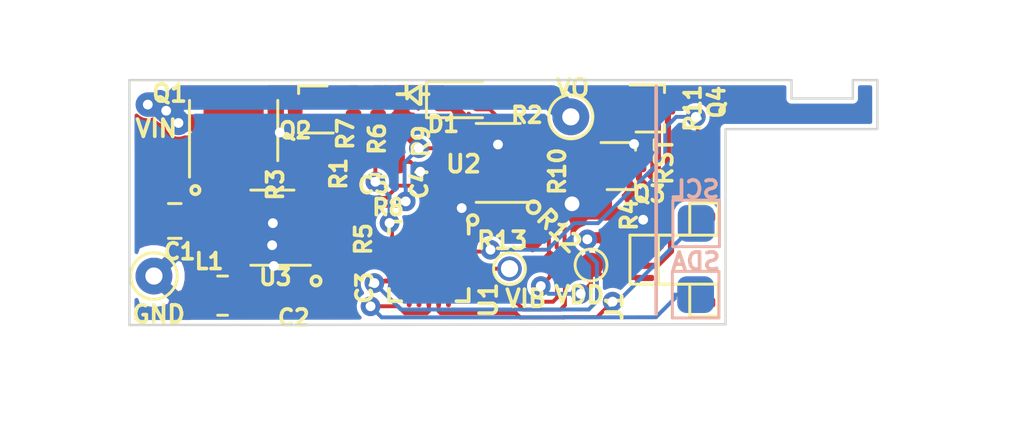
<source format=kicad_pcb>
(kicad_pcb (version 20171130) (host pcbnew 5.1.2-f72e74a~84~ubuntu18.04.1)

  (general
    (thickness 1)
    (drawings 34)
    (tracks 362)
    (zones 0)
    (modules 36)
    (nets 32)
  )

  (page A4)
  (layers
    (0 F.Cu signal)
    (31 B.Cu signal)
    (32 B.Adhes user)
    (33 F.Adhes user)
    (34 B.Paste user)
    (35 F.Paste user)
    (36 B.SilkS user)
    (37 F.SilkS user)
    (38 B.Mask user)
    (39 F.Mask user)
    (40 Dwgs.User user)
    (41 Cmts.User user)
    (42 Eco1.User user)
    (43 Eco2.User user)
    (44 Edge.Cuts user)
    (45 Margin user)
    (46 B.CrtYd user)
    (47 F.CrtYd user)
    (48 B.Fab user)
    (49 F.Fab user)
  )

  (setup
    (last_trace_width 0.25)
    (user_trace_width 0.16)
    (user_trace_width 0.4)
    (user_trace_width 0.7)
    (user_trace_width 1)
    (trace_clearance 0.16)
    (zone_clearance 0.254)
    (zone_45_only no)
    (trace_min 0.16)
    (via_size 0.8)
    (via_drill 0.4)
    (via_min_size 0.4)
    (via_min_drill 0.3)
    (user_via 0.5 0.3)
    (uvia_size 0.3)
    (uvia_drill 0.1)
    (uvias_allowed no)
    (uvia_min_size 0.2)
    (uvia_min_drill 0.1)
    (edge_width 0.1)
    (segment_width 0.2)
    (pcb_text_width 0.3)
    (pcb_text_size 1.5 1.5)
    (mod_edge_width 0.15)
    (mod_text_size 1 1)
    (mod_text_width 0.15)
    (pad_size 1.7 1.7)
    (pad_drill 0)
    (pad_to_mask_clearance 0)
    (aux_axis_origin 0 0)
    (visible_elements FFFDFF7F)
    (pcbplotparams
      (layerselection 0x010f8_ffffffff)
      (usegerberextensions true)
      (usegerberattributes false)
      (usegerberadvancedattributes false)
      (creategerberjobfile false)
      (excludeedgelayer true)
      (linewidth 0.100000)
      (plotframeref false)
      (viasonmask false)
      (mode 1)
      (useauxorigin false)
      (hpglpennumber 1)
      (hpglpenspeed 20)
      (hpglpendiameter 15.000000)
      (psnegative false)
      (psa4output false)
      (plotreference true)
      (plotvalue true)
      (plotinvisibletext false)
      (padsonsilk false)
      (subtractmaskfromsilk true)
      (outputformat 1)
      (mirror false)
      (drillshape 0)
      (scaleselection 1)
      (outputdirectory "handpiece-gerbers-single/"))
  )

  (net 0 "")
  (net 1 "Net-(Q1-Pad4)")
  (net 2 "Net-(U1-Pad5)")
  (net 3 "Net-(U1-Pad8)")
  (net 4 "Net-(U1-Pad9)")
  (net 5 "Net-(U1-Pad11)")
  (net 6 "Net-(U1-Pad12)")
  (net 7 "Net-(U1-Pad17)")
  (net 8 GND)
  (net 9 "Net-(C2-Pad2)")
  (net 10 "Net-(C2-Pad1)")
  (net 11 "Net-(Q2-Pad1)")
  (net 12 "Net-(Q3-Pad1)")
  (net 13 "Net-(Q4-Pad1)")
  (net 14 "Net-(R1-Pad2)")
  (net 15 "Net-(R5-Pad1)")
  (net 16 "Net-(R6-Pad2)")
  (net 17 "Net-(R9-Pad1)")
  (net 18 VIN)
  (net 19 VDD)
  (net 20 WHITE)
  (net 21 RED)
  (net 22 BTN)
  (net 23 VOUT)
  (net 24 VIBR)
  (net 25 SDA)
  (net 26 SCL)
  (net 27 "Net-(RST1-Pad1)")
  (net 28 "Net-(U1-Pad2)")
  (net 29 "Net-(U1-Pad1)")
  (net 30 "Net-(D1-Pad2)")
  (net 31 /ATEMP)

  (net_class Default "This is the default net class."
    (clearance 0.16)
    (trace_width 0.25)
    (via_dia 0.8)
    (via_drill 0.4)
    (uvia_dia 0.3)
    (uvia_drill 0.1)
    (add_net /ATEMP)
    (add_net BTN)
    (add_net GND)
    (add_net "Net-(C2-Pad1)")
    (add_net "Net-(C2-Pad2)")
    (add_net "Net-(D1-Pad2)")
    (add_net "Net-(Q1-Pad4)")
    (add_net "Net-(Q2-Pad1)")
    (add_net "Net-(Q3-Pad1)")
    (add_net "Net-(Q4-Pad1)")
    (add_net "Net-(R1-Pad2)")
    (add_net "Net-(R5-Pad1)")
    (add_net "Net-(R6-Pad2)")
    (add_net "Net-(R9-Pad1)")
    (add_net "Net-(RST1-Pad1)")
    (add_net "Net-(U1-Pad1)")
    (add_net "Net-(U1-Pad11)")
    (add_net "Net-(U1-Pad12)")
    (add_net "Net-(U1-Pad17)")
    (add_net "Net-(U1-Pad2)")
    (add_net "Net-(U1-Pad5)")
    (add_net "Net-(U1-Pad8)")
    (add_net "Net-(U1-Pad9)")
    (add_net RED)
    (add_net SCL)
    (add_net SDA)
    (add_net VDD)
    (add_net VIBR)
    (add_net VIN)
    (add_net VOUT)
    (add_net WHITE)
  )

  (module corelib:INDUCTOR_2x1.6x1mm (layer F.Cu) (tedit 5D2A4718) (tstamp 5C7979DC)
    (at 148.05 67.55 180)
    (path /5C68714D)
    (fp_text reference L1 (at 0.55 1.4 180) (layer F.SilkS)
      (effects (font (size 0.65 0.65) (thickness 0.15)))
    )
    (fp_text value CPY160808T-4R7M-NP (at 0 1.43 180) (layer F.Fab)
      (effects (font (size 1 1) (thickness 0.15)))
    )
    (fp_line (start -0.2 0.8) (end 0.2 0.8) (layer F.SilkS) (width 0.12))
    (fp_line (start -0.2 -0.8) (end 0.2 -0.8) (layer F.SilkS) (width 0.12))
    (fp_text user %R (at 0 0 180) (layer F.Fab)
      (effects (font (size 0.4 0.4) (thickness 0.06)))
    )
    (pad 2 smd roundrect (at 0.7 0 180) (size 0.9 1.8) (layers F.Cu F.Paste F.Mask) (roundrect_rratio 0.25)
      (net 10 "Net-(C2-Pad1)"))
    (pad 1 smd roundrect (at -0.7 0 180) (size 0.9 1.8) (layers F.Cu F.Paste F.Mask) (roundrect_rratio 0.25)
      (net 19 VDD))
  )

  (module LED_SMD:LED_0603_1608Metric (layer F.Cu) (tedit 5B301BBE) (tstamp 5C797999)
    (at 157.85 59.55)
    (descr "LED SMD 0603 (1608 Metric), square (rectangular) end terminal, IPC_7351 nominal, (Body size source: http://www.tortai-tech.com/upload/download/2011102023233369053.pdf), generated with kicad-footprint-generator")
    (tags diode)
    (path /5C64933F)
    (attr smd)
    (fp_text reference D1 (at -0.8 1 180) (layer F.SilkS)
      (effects (font (size 0.65 0.65) (thickness 0.15)))
    )
    (fp_text value ESD5Z5.0VC (at 0 1.4 180) (layer F.Fab)
      (effects (font (size 1 1) (thickness 0.15)))
    )
    (fp_text user %R (at 0 -1.3 180) (layer F.Fab)
      (effects (font (size 1 1) (thickness 0.15)))
    )
    (fp_line (start 1.48 0.73) (end -1.48 0.73) (layer F.CrtYd) (width 0.05))
    (fp_line (start 1.48 -0.73) (end 1.48 0.73) (layer F.CrtYd) (width 0.05))
    (fp_line (start -1.48 -0.73) (end 1.48 -0.73) (layer F.CrtYd) (width 0.05))
    (fp_line (start -1.48 0.73) (end -1.48 -0.73) (layer F.CrtYd) (width 0.05))
    (fp_line (start -1.485 0.735) (end 0.8 0.735) (layer F.SilkS) (width 0.12))
    (fp_line (start -1.485 -0.735) (end -1.485 0.735) (layer F.SilkS) (width 0.12))
    (fp_line (start 0.8 -0.735) (end -1.485 -0.735) (layer F.SilkS) (width 0.12))
    (fp_line (start 0.8 0.4) (end 0.8 -0.4) (layer F.Fab) (width 0.1))
    (fp_line (start -0.8 0.4) (end 0.8 0.4) (layer F.Fab) (width 0.1))
    (fp_line (start -0.8 -0.1) (end -0.8 0.4) (layer F.Fab) (width 0.1))
    (fp_line (start -0.5 -0.4) (end -0.8 -0.1) (layer F.Fab) (width 0.1))
    (fp_line (start 0.8 -0.4) (end -0.5 -0.4) (layer F.Fab) (width 0.1))
    (pad 2 smd roundrect (at 0.7875 0) (size 0.875 0.95) (layers F.Cu F.Paste F.Mask) (roundrect_rratio 0.25)
      (net 30 "Net-(D1-Pad2)"))
    (pad 1 smd roundrect (at -0.7875 0) (size 0.875 0.95) (layers F.Cu F.Paste F.Mask) (roundrect_rratio 0.25)
      (net 8 GND))
    (model ${KISYS3DMOD}/LED_SMD.3dshapes/LED_0603_1608Metric.wrl
      (at (xyz 0 0 0))
      (scale (xyz 1 1 1))
      (rotate (xyz 0 0 0))
    )
  )

  (module TestPoint:TestPoint_THTPad_D1.5mm_Drill0.7mm (layer F.Cu) (tedit 5D13A5BD) (tstamp 5C797B65)
    (at 145.35 62.375)
    (descr "THT pad as test Point, diameter 1.5mm, hole diameter 0.7mm")
    (tags "test point THT pad")
    (path /5C695369)
    (attr virtual)
    (fp_text reference VIN (at 0 -1.648) (layer F.SilkS)
      (effects (font (size 0.7 0.7) (thickness 0.15)))
    )
    (fp_text value TestPoint (at 0 1.75) (layer F.Fab)
      (effects (font (size 1 1) (thickness 0.15)))
    )
    (pad 1 smd roundrect (at 0 0) (size 1.7 1.7) (layers F.Cu F.Mask) (roundrect_rratio 0.25)
      (net 18 VIN))
  )

  (module TestPoint:TestPoint_Pad_D1.0mm (layer F.Cu) (tedit 5D13A5AE) (tstamp 5C797AE4)
    (at 167.425 62.175)
    (descr "SMD pad as test Point, diameter 1.0mm")
    (tags "test point SMD pad")
    (path /5C678E45)
    (attr virtual)
    (fp_text reference RST (at -1.375 -0.1 90) (layer F.SilkS)
      (effects (font (size 0.7 0.7) (thickness 0.15)))
    )
    (fp_text value TestPoint_Probe (at 0 1.55) (layer F.Fab)
      (effects (font (size 1 1) (thickness 0.15)))
    )
    (pad 1 smd roundrect (at 0 0.05) (size 1.7 1.7) (layers F.Cu F.Mask) (roundrect_rratio 0.25)
      (net 27 "Net-(RST1-Pad1)"))
  )

  (module Capacitor_SMD:C_0805_2012Metric (layer F.Cu) (tedit 5B36C52B) (tstamp 5C797954)
    (at 146.1 64.5 180)
    (descr "Capacitor SMD 0805 (2012 Metric), square (rectangular) end terminal, IPC_7351 nominal, (Body size source: https://docs.google.com/spreadsheets/d/1BsfQQcO9C6DZCsRaXUlFlo91Tg2WpOkGARC1WS5S8t0/edit?usp=sharing), generated with kicad-footprint-generator")
    (tags capacitor)
    (path /5C67DF8B)
    (attr smd)
    (fp_text reference C1 (at -0.2 -1.25 180) (layer F.SilkS)
      (effects (font (size 0.65 0.65) (thickness 0.15)))
    )
    (fp_text value 4.7u (at 0 1.43 180) (layer F.Fab)
      (effects (font (size 1 1) (thickness 0.15)))
    )
    (fp_text user %R (at 0 0 180) (layer F.Fab)
      (effects (font (size 0.4 0.4) (thickness 0.06)))
    )
    (fp_line (start 1.68 0.95) (end -1.68 0.95) (layer F.CrtYd) (width 0.05))
    (fp_line (start 1.68 -0.95) (end 1.68 0.95) (layer F.CrtYd) (width 0.05))
    (fp_line (start -1.68 -0.95) (end 1.68 -0.95) (layer F.CrtYd) (width 0.05))
    (fp_line (start -1.68 0.95) (end -1.68 -0.95) (layer F.CrtYd) (width 0.05))
    (fp_line (start -0.258578 0.71) (end 0.258578 0.71) (layer F.SilkS) (width 0.12))
    (fp_line (start -0.258578 -0.71) (end 0.258578 -0.71) (layer F.SilkS) (width 0.12))
    (fp_line (start 1 0.6) (end -1 0.6) (layer F.Fab) (width 0.1))
    (fp_line (start 1 -0.6) (end 1 0.6) (layer F.Fab) (width 0.1))
    (fp_line (start -1 -0.6) (end 1 -0.6) (layer F.Fab) (width 0.1))
    (fp_line (start -1 0.6) (end -1 -0.6) (layer F.Fab) (width 0.1))
    (pad 2 smd roundrect (at 0.9375 0 180) (size 0.975 1.4) (layers F.Cu F.Paste F.Mask) (roundrect_rratio 0.25)
      (net 8 GND))
    (pad 1 smd roundrect (at -0.9375 0 180) (size 0.975 1.4) (layers F.Cu F.Paste F.Mask) (roundrect_rratio 0.25)
      (net 18 VIN))
    (model ${KISYS3DMOD}/Capacitor_SMD.3dshapes/C_0805_2012Metric.wrl
      (at (xyz 0 0 0))
      (scale (xyz 1 1 1))
      (rotate (xyz 0 0 0))
    )
  )

  (module Package_SON:VSON-8_3.3x3.3mm_P0.65mm_NexFET (layer F.Cu) (tedit 5C7B8190) (tstamp 5D2AC67B)
    (at 148.5 60.81 90)
    (descr "8-Lead Plastic Dual Flat, No Lead Package (MF) - 3.3x3.3x1 mm Body [VSON] http://www.ti.com/lit/ds/symlink/csd87334q3d.pdf")
    (tags "VSON 0.65")
    (path /5C63592E)
    (attr smd)
    (fp_text reference Q1 (at 1.52 -2.61 180) (layer F.SilkS)
      (effects (font (size 0.7 0.7) (thickness 0.15)))
    )
    (fp_text value DMP3007SCG (at 0 2.8 90) (layer F.Fab)
      (effects (font (size 1 1) (thickness 0.15)))
    )
    (fp_line (start -1.9 -1.8) (end 1.23 -1.8) (layer F.SilkS) (width 0.12))
    (fp_line (start -1.23 1.8) (end 1.23 1.8) (layer F.SilkS) (width 0.12))
    (fp_line (start -2 1.9) (end 2 1.9) (layer F.CrtYd) (width 0.05))
    (fp_line (start -2 -1.9) (end 2 -1.9) (layer F.CrtYd) (width 0.05))
    (fp_line (start 2 -1.9) (end 2 1.9) (layer F.CrtYd) (width 0.05))
    (fp_line (start -2 -1.9) (end -2 1.9) (layer F.CrtYd) (width 0.05))
    (fp_line (start -1.65 -0.5) (end -0.5 -1.65) (layer F.Fab) (width 0.1))
    (fp_line (start -1.65 1.65) (end -1.65 -0.5) (layer F.Fab) (width 0.1))
    (fp_line (start 1.65 1.65) (end -1.65 1.65) (layer F.Fab) (width 0.1))
    (fp_line (start 1.65 -1.65) (end 1.65 1.65) (layer F.Fab) (width 0.1))
    (fp_line (start -0.5 -1.65) (end 1.65 -1.65) (layer F.Fab) (width 0.1))
    (fp_text user %R (at 0 0 90) (layer F.Fab)
      (effects (font (size 0.7 0.7) (thickness 0.1)))
    )
    (pad 5 smd rect (at -0.09 -0.61 90) (size 0.95 1.23) (layers F.Cu F.Mask)
      (net 23 VOUT) (solder_paste_margin_ratio -0.2))
    (pad 5 smd rect (at -0.09 0.61 90) (size 0.95 1.23) (layers F.Cu F.Mask)
      (net 23 VOUT) (solder_paste_margin_ratio -0.2))
    (pad 5 smd rect (at 0.86 -0.61 90) (size 0.95 1.23) (layers F.Cu F.Mask)
      (net 23 VOUT) (solder_paste_margin_ratio -0.2))
    (pad 5 smd rect (at 0.86 0.61 90) (size 0.95 1.23) (layers F.Cu F.Mask)
      (net 23 VOUT) (solder_paste_margin_ratio -0.2))
    (pad 5 smd roundrect (at 1.44 -0.97 90) (size 0.63 0.5) (layers F.Cu F.Paste F.Mask) (roundrect_rratio 0.25)
      (net 23 VOUT))
    (pad 5 smd roundrect (at 1.44 -0.33 90) (size 0.63 0.5) (layers F.Cu F.Paste F.Mask) (roundrect_rratio 0.25)
      (net 23 VOUT))
    (pad 5 smd roundrect (at 1.44 0.33 90) (size 0.63 0.5) (layers F.Cu F.Paste F.Mask) (roundrect_rratio 0.25)
      (net 23 VOUT))
    (pad 5 smd roundrect (at 1.44 0.97 90) (size 0.63 0.5) (layers F.Cu F.Paste F.Mask) (roundrect_rratio 0.25)
      (net 23 VOUT))
    (pad 4 smd roundrect (at -1.44 0.97 90) (size 0.6 0.45) (layers F.Cu F.Paste F.Mask) (roundrect_rratio 0.25)
      (net 1 "Net-(Q1-Pad4)"))
    (pad 3 smd roundrect (at -1.44 0.33 90) (size 0.63 0.5) (layers F.Cu F.Paste F.Mask) (roundrect_rratio 0.25)
      (net 18 VIN))
    (pad 2 smd roundrect (at -1.44 -0.33 90) (size 0.63 0.5) (layers F.Cu F.Paste F.Mask) (roundrect_rratio 0.25)
      (net 18 VIN))
    (pad 1 smd roundrect (at -1.44 -0.97 90) (size 0.63 0.5) (layers F.Cu F.Paste F.Mask) (roundrect_rratio 0.25)
      (net 18 VIN))
    (pad 5 smd roundrect (at 0.75 -0.61 90) (size 0.95 1.23) (layers F.Cu F.Paste F.Mask) (roundrect_rratio 0.25)
      (net 23 VOUT) (solder_paste_margin_ratio -0.2))
    (pad 5 smd roundrect (at 0.75 0.6 90) (size 0.95 1.23) (layers F.Cu F.Paste F.Mask) (roundrect_rratio 0.25)
      (net 23 VOUT) (solder_paste_margin_ratio -0.2))
    (pad 5 smd roundrect (at -0.1 -0.61 90) (size 0.95 1.23) (layers F.Cu F.Paste F.Mask) (roundrect_rratio 0.25)
      (net 23 VOUT) (solder_paste_margin_ratio -0.2))
    (pad 5 smd roundrect (at -0.1 0.6 90) (size 0.95 1.23) (layers F.Cu F.Paste F.Mask) (roundrect_rratio 0.25)
      (net 23 VOUT) (solder_paste_margin_ratio -0.2))
    (model ${KISYS3DMOD}/Package_SON.3dshapes/VSON-8_3.3x3.3mm_P0.65mm_NexFET.wrl
      (at (xyz 0 0 0))
      (scale (xyz 1 1 1))
      (rotate (xyz 0 0 0))
    )
  )

  (module TestPoint:TestPoint_Pad_1.5x1.5mm (layer B.Cu) (tedit 5C7B8812) (tstamp 5C797AF4)
    (at 167.34 67.51)
    (descr "SMD rectangular pad as test Point, square 1.5mm side length")
    (tags "test point SMD pad rectangle square")
    (path /5C696D61)
    (attr virtual)
    (fp_text reference SDA (at 0.01 -1.36 180) (layer B.SilkS)
      (effects (font (size 0.7 0.7) (thickness 0.15)) (justify mirror))
    )
    (fp_text value TestPoint (at 0 -1.75) (layer B.Fab)
      (effects (font (size 1 1) (thickness 0.15)) (justify mirror))
    )
    (fp_line (start 1.25 -1.25) (end -1.25 -1.25) (layer B.CrtYd) (width 0.05))
    (fp_line (start 1.25 -1.25) (end 1.25 1.25) (layer B.CrtYd) (width 0.05))
    (fp_line (start -1.25 1.25) (end -1.25 -1.25) (layer B.CrtYd) (width 0.05))
    (fp_line (start -1.25 1.25) (end 1.25 1.25) (layer B.CrtYd) (width 0.05))
    (fp_line (start -0.95 -0.95) (end -0.95 0.95) (layer B.SilkS) (width 0.12))
    (fp_line (start 0.95 -0.95) (end -0.95 -0.95) (layer B.SilkS) (width 0.12))
    (fp_line (start 0.95 0.95) (end 0.95 -0.95) (layer B.SilkS) (width 0.12))
    (fp_line (start -0.95 0.95) (end 0.95 0.95) (layer B.SilkS) (width 0.12))
    (pad 1 smd roundrect (at 0 0) (size 1.5 1.5) (layers B.Cu B.Mask) (roundrect_rratio 0.25)
      (net 25 SDA))
  )

  (module TestPoint:TestPoint_Pad_1.5x1.5mm (layer B.Cu) (tedit 5C7B880A) (tstamp 5C797AEC)
    (at 167.36 64.6)
    (descr "SMD rectangular pad as test Point, square 1.5mm side length")
    (tags "test point SMD pad rectangle square")
    (path /5C697449)
    (attr virtual)
    (fp_text reference SCL (at -0.03 -1.39 180) (layer B.SilkS)
      (effects (font (size 0.7 0.7) (thickness 0.15)) (justify mirror))
    )
    (fp_text value TestPoint (at 0 -1.75) (layer B.Fab)
      (effects (font (size 1 1) (thickness 0.15)) (justify mirror))
    )
    (fp_line (start 1.25 -1.25) (end -1.25 -1.25) (layer B.CrtYd) (width 0.05))
    (fp_line (start 1.25 -1.25) (end 1.25 1.25) (layer B.CrtYd) (width 0.05))
    (fp_line (start -1.25 1.25) (end -1.25 -1.25) (layer B.CrtYd) (width 0.05))
    (fp_line (start -1.25 1.25) (end 1.25 1.25) (layer B.CrtYd) (width 0.05))
    (fp_line (start -0.95 -0.95) (end -0.95 0.95) (layer B.SilkS) (width 0.12))
    (fp_line (start 0.95 -0.95) (end -0.95 -0.95) (layer B.SilkS) (width 0.12))
    (fp_line (start 0.95 0.95) (end 0.95 -0.95) (layer B.SilkS) (width 0.12))
    (fp_line (start -0.95 0.95) (end 0.95 0.95) (layer B.SilkS) (width 0.12))
    (pad 1 smd roundrect (at 0 0) (size 1.5 1.5) (layers B.Cu B.Mask) (roundrect_rratio 0.25)
      (net 26 SCL))
  )

  (module TestPoint:TestPoint_THTPad_D1.5mm_Drill0.7mm (layer F.Cu) (tedit 5A0F774F) (tstamp 5C7979A1)
    (at 145.25 66.75)
    (descr "THT pad as test Point, diameter 1.5mm, hole diameter 0.7mm")
    (tags "test point THT pad")
    (path /5C6957CD)
    (attr virtual)
    (fp_text reference GND (at 0.19 1.56) (layer F.SilkS)
      (effects (font (size 0.7 0.7) (thickness 0.15)))
    )
    (fp_text value TestPoint (at 0 1.75) (layer F.Fab)
      (effects (font (size 1 1) (thickness 0.15)))
    )
    (fp_circle (center 0 0) (end 0 0.95) (layer F.SilkS) (width 0.12))
    (fp_circle (center 0 0) (end 1.25 0) (layer F.CrtYd) (width 0.05))
    (pad 1 thru_hole circle (at 0 0) (size 1.5 1.5) (drill 0.7) (layers *.Cu *.Mask)
      (net 8 GND))
  )

  (module TestPoint:TestPoint_THTPad_D1.5mm_Drill0.7mm (layer F.Cu) (tedit 5D13A336) (tstamp 5C797B5D)
    (at 159.75 66.45)
    (descr "THT pad as test Point, diameter 1.5mm, hole diameter 0.7mm")
    (tags "test point THT pad")
    (path /5C6AAFCF)
    (attr virtual)
    (fp_text reference VIB (at 0.66 1.22) (layer F.SilkS)
      (effects (font (size 0.7 0.7) (thickness 0.15)))
    )
    (fp_text value TestPoint (at 0 1.75) (layer F.Fab)
      (effects (font (size 1 1) (thickness 0.15)))
    )
    (fp_circle (center 0 0) (end 0.65 0) (layer F.SilkS) (width 0.12))
    (fp_circle (center 0 0) (end 0.9 0) (layer F.CrtYd) (width 0.05))
    (pad 1 thru_hole circle (at 0 0) (size 1 1) (drill 0.7) (layers *.Cu *.Mask)
      (net 24 VIBR))
  )

  (module TestPoint:TestPoint_THTPad_D1.5mm_Drill0.7mm (layer F.Cu) (tedit 5C7981C9) (tstamp 5C797B6D)
    (at 162.25 60.25)
    (descr "THT pad as test Point, diameter 1.5mm, hole diameter 0.7mm")
    (tags "test point THT pad")
    (path /5C695DC6)
    (attr virtual)
    (fp_text reference VO (at 0.075 -1.175) (layer F.SilkS)
      (effects (font (size 0.7 0.7) (thickness 0.15)))
    )
    (fp_text value TestPoint (at 0 1.75) (layer F.Fab)
      (effects (font (size 1 1) (thickness 0.15)))
    )
    (fp_circle (center 0 0) (end 0.9 0) (layer F.SilkS) (width 0.12))
    (fp_circle (center 0 0) (end 1 0) (layer F.CrtYd) (width 0.05))
    (pad 1 thru_hole circle (at 0 0) (size 1.5 1.5) (drill 0.7) (layers *.Cu *.Mask)
      (net 23 VOUT))
  )

  (module TestPoint:TestPoint_Pad_D1.0mm (layer F.Cu) (tedit 5D13A5B4) (tstamp 5C79898D)
    (at 163.075 66.3)
    (descr "SMD pad as test Point, diameter 1.0mm")
    (tags "test point SMD pad")
    (path /5C677F96)
    (attr virtual)
    (fp_text reference VDD (at -0.475 1.225) (layer F.SilkS)
      (effects (font (size 0.7 0.7) (thickness 0.15)))
    )
    (fp_text value TestPoint_Probe (at 0 1.55) (layer F.Fab)
      (effects (font (size 1 1) (thickness 0.15)))
    )
    (fp_circle (center 0 0) (end 0.7 0) (layer F.CrtYd) (width 0.05))
    (fp_circle (center 0 0) (end 0.65 0) (layer F.SilkS) (width 0.12))
    (pad 1 smd circle (at 0 0) (size 1 1) (layers F.Cu F.Mask)
      (net 19 VDD))
  )

  (module Capacitor_SMD:C_0603_1608Metric (layer F.Cu) (tedit 5B301BBE) (tstamp 5C798BA0)
    (at 154.26 62.09)
    (descr "Capacitor SMD 0603 (1608 Metric), square (rectangular) end terminal, IPC_7351 nominal, (Body size source: http://www.tortai-tech.com/upload/download/2011102023233369053.pdf), generated with kicad-footprint-generator")
    (tags capacitor)
    (path /5C67DF8B)
    (attr smd)
    (fp_text reference C5 (at -0.05 0.96) (layer F.SilkS)
      (effects (font (size 0.65 0.65) (thickness 0.15)))
    )
    (fp_text value 4.7u (at 0 1.43) (layer F.Fab)
      (effects (font (size 1 1) (thickness 0.15)))
    )
    (fp_line (start -0.8 0.4) (end -0.8 -0.4) (layer F.Fab) (width 0.1))
    (fp_line (start -0.8 -0.4) (end 0.8 -0.4) (layer F.Fab) (width 0.1))
    (fp_line (start 0.8 -0.4) (end 0.8 0.4) (layer F.Fab) (width 0.1))
    (fp_line (start 0.8 0.4) (end -0.8 0.4) (layer F.Fab) (width 0.1))
    (fp_line (start -0.162779 -0.51) (end 0.162779 -0.51) (layer F.SilkS) (width 0.12))
    (fp_line (start -0.162779 0.51) (end 0.162779 0.51) (layer F.SilkS) (width 0.12))
    (fp_line (start -1.48 0.73) (end -1.48 -0.73) (layer F.CrtYd) (width 0.05))
    (fp_line (start -1.48 -0.73) (end 1.48 -0.73) (layer F.CrtYd) (width 0.05))
    (fp_line (start 1.48 -0.73) (end 1.48 0.73) (layer F.CrtYd) (width 0.05))
    (fp_line (start 1.48 0.73) (end -1.48 0.73) (layer F.CrtYd) (width 0.05))
    (fp_text user %R (at 0 0) (layer F.Fab)
      (effects (font (size 0.4 0.4) (thickness 0.06)))
    )
    (pad 1 smd roundrect (at -0.7875 0) (size 0.875 0.95) (layers F.Cu F.Paste F.Mask) (roundrect_rratio 0.25)
      (net 18 VIN))
    (pad 2 smd roundrect (at 0.7875 0) (size 0.875 0.95) (layers F.Cu F.Paste F.Mask) (roundrect_rratio 0.25)
      (net 8 GND))
    (model ${KISYS3DMOD}/Capacitor_SMD.3dshapes/C_0603_1608Metric.wrl
      (at (xyz 0 0 0))
      (scale (xyz 1 1 1))
      (rotate (xyz 0 0 0))
    )
  )

  (module Package_TO_SOT_SMD:TSOT-23-6 (layer F.Cu) (tedit 5C7B827B) (tstamp 5C797B4D)
    (at 150.08 64.8 180)
    (descr "6-pin TSOT23 package, http://cds.linear.com/docs/en/packaging/SOT_6_05-08-1636.pdf")
    (tags "TSOT-23-6 MK06A TSOT-6")
    (path /5C679A20)
    (attr smd)
    (fp_text reference U3 (at -0.12 -2 180) (layer F.SilkS)
      (effects (font (size 0.65 0.65) (thickness 0.15)))
    )
    (fp_text value JW5026 (at 0 2.5 180) (layer F.Fab)
      (effects (font (size 1 1) (thickness 0.15)))
    )
    (fp_line (start 2.17 1.7) (end -2.17 1.7) (layer F.CrtYd) (width 0.05))
    (fp_line (start 2.17 1.7) (end 2.17 -1.7) (layer F.CrtYd) (width 0.05))
    (fp_line (start -2.17 -1.7) (end -2.17 1.7) (layer F.CrtYd) (width 0.05))
    (fp_line (start -2.17 -1.7) (end 2.17 -1.7) (layer F.CrtYd) (width 0.05))
    (fp_line (start 0.88 -1.45) (end 0.88 1.45) (layer F.Fab) (width 0.1))
    (fp_line (start 0.88 1.45) (end -0.88 1.45) (layer F.Fab) (width 0.1))
    (fp_line (start -0.88 -1) (end -0.88 1.45) (layer F.Fab) (width 0.1))
    (fp_line (start 0.88 -1.45) (end -0.43 -1.45) (layer F.Fab) (width 0.1))
    (fp_line (start -0.88 -1) (end -0.43 -1.45) (layer F.Fab) (width 0.1))
    (fp_line (start 0.88 -1.51) (end -1.55 -1.51) (layer F.SilkS) (width 0.12))
    (fp_line (start -0.88 1.56) (end 0.88 1.56) (layer F.SilkS) (width 0.12))
    (fp_text user %R (at 0 0 270) (layer F.Fab)
      (effects (font (size 0.5 0.5) (thickness 0.075)))
    )
    (pad 6 smd roundrect (at 1.31 -0.95 180) (size 1.22 0.65) (layers F.Cu F.Paste F.Mask) (roundrect_rratio 0.25)
      (net 10 "Net-(C2-Pad1)"))
    (pad 5 smd roundrect (at 1.31 0 180) (size 1.22 0.65) (layers F.Cu F.Paste F.Mask) (roundrect_rratio 0.25)
      (net 18 VIN))
    (pad 4 smd roundrect (at 1.31 0.95 180) (size 1.22 0.65) (layers F.Cu F.Paste F.Mask) (roundrect_rratio 0.25)
      (net 14 "Net-(R1-Pad2)"))
    (pad 3 smd roundrect (at -1.31 0.95 180) (size 1.22 0.65) (layers F.Cu F.Paste F.Mask) (roundrect_rratio 0.25)
      (net 15 "Net-(R5-Pad1)"))
    (pad 2 smd roundrect (at -1.31 0 180) (size 1.22 0.65) (layers F.Cu F.Paste F.Mask) (roundrect_rratio 0.25)
      (net 8 GND))
    (pad 1 smd roundrect (at -1.31 -0.95 180) (size 1.22 0.65) (layers F.Cu F.Paste F.Mask) (roundrect_rratio 0.25)
      (net 9 "Net-(C2-Pad2)"))
    (model ${KISYS3DMOD}/Package_TO_SOT_SMD.3dshapes/TSOT-23-6.wrl
      (at (xyz 0 0 0))
      (scale (xyz 1 1 1))
      (rotate (xyz 0 0 0))
    )
  )

  (module Package_TO_SOT_SMD:SOT-23-5 (layer F.Cu) (tedit 5C7B820E) (tstamp 5C797B37)
    (at 159.29 62.13 180)
    (descr "5-pin SOT23 package")
    (tags SOT-23-5)
    (path /5C63689D)
    (attr smd)
    (fp_text reference U2 (at 1.415 -0.045 180) (layer F.SilkS)
      (effects (font (size 0.7 0.7) (thickness 0.15)))
    )
    (fp_text value GS8591-TR (at 0 2.9 180) (layer F.Fab)
      (effects (font (size 1 1) (thickness 0.15)))
    )
    (fp_line (start 0.9 -1.55) (end 0.9 1.55) (layer F.Fab) (width 0.1))
    (fp_line (start 0.9 1.55) (end -0.9 1.55) (layer F.Fab) (width 0.1))
    (fp_line (start -0.9 -0.9) (end -0.9 1.55) (layer F.Fab) (width 0.1))
    (fp_line (start 0.9 -1.55) (end -0.25 -1.55) (layer F.Fab) (width 0.1))
    (fp_line (start -0.9 -0.9) (end -0.25 -1.55) (layer F.Fab) (width 0.1))
    (fp_line (start -1.9 1.8) (end -1.9 -1.8) (layer F.CrtYd) (width 0.05))
    (fp_line (start 1.9 1.8) (end -1.9 1.8) (layer F.CrtYd) (width 0.05))
    (fp_line (start 1.9 -1.8) (end 1.9 1.8) (layer F.CrtYd) (width 0.05))
    (fp_line (start -1.9 -1.8) (end 1.9 -1.8) (layer F.CrtYd) (width 0.05))
    (fp_line (start 0.9 -1.61) (end -1.55 -1.61) (layer F.SilkS) (width 0.12))
    (fp_line (start -0.9 1.61) (end 0.9 1.61) (layer F.SilkS) (width 0.12))
    (fp_text user %R (at 0 0 270) (layer F.Fab)
      (effects (font (size 0.5 0.5) (thickness 0.075)))
    )
    (pad 5 smd roundrect (at 1.1 -0.95 180) (size 1.06 0.65) (layers F.Cu F.Paste F.Mask) (roundrect_rratio 0.25)
      (net 19 VDD))
    (pad 4 smd roundrect (at 1.1 0.95 180) (size 1.06 0.65) (layers F.Cu F.Paste F.Mask) (roundrect_rratio 0.25)
      (net 16 "Net-(R6-Pad2)"))
    (pad 3 smd roundrect (at -1.1 0.95 180) (size 1.06 0.65) (layers F.Cu F.Paste F.Mask) (roundrect_rratio 0.25)
      (net 30 "Net-(D1-Pad2)"))
    (pad 2 smd roundrect (at -1.1 0 180) (size 1.06 0.65) (layers F.Cu F.Paste F.Mask) (roundrect_rratio 0.25)
      (net 8 GND))
    (pad 1 smd roundrect (at -1.1 -0.95 180) (size 1.06 0.65) (layers F.Cu F.Paste F.Mask) (roundrect_rratio 0.25)
      (net 17 "Net-(R9-Pad1)"))
    (model ${KISYS3DMOD}/Package_TO_SOT_SMD.3dshapes/SOT-23-5.wrl
      (at (xyz 0 0 0))
      (scale (xyz 1 1 1))
      (rotate (xyz 0 0 0))
    )
  )

  (module Package_DFN_QFN:UQFN-20-1EP_3x3mm_P0.4mm_EP1.85x1.85mm (layer F.Cu) (tedit 5C7B007C) (tstamp 5C798C9E)
    (at 156.46 66.15 270)
    (descr "20-Lead Ultra Thin Plastic Quad Flat, No Lead Package (JP) - 3x3x0.50 mm Body [UQFN]; (see Microchip Packaging Specification 00000049BS.pdf)")
    (tags "QFN 0.4")
    (path /5C634068)
    (attr smd)
    (fp_text reference U1 (at 1.58 -2.43 270) (layer F.SilkS)
      (effects (font (size 0.7 0.7) (thickness 0.15)))
    )
    (fp_text value ATTINY416-M (at 0 2.875 270) (layer F.Fab)
      (effects (font (size 1 1) (thickness 0.15)))
    )
    (fp_line (start 1.625 -1.625) (end 1.125 -1.625) (layer F.SilkS) (width 0.15))
    (fp_line (start 1.625 1.625) (end 1.125 1.625) (layer F.SilkS) (width 0.15))
    (fp_line (start -1.625 1.625) (end -1.125 1.625) (layer F.SilkS) (width 0.15))
    (fp_line (start -1.625 -1.625) (end -1.125 -1.625) (layer F.SilkS) (width 0.15))
    (fp_line (start 1.625 1.625) (end 1.625 1.125) (layer F.SilkS) (width 0.15))
    (fp_line (start -1.625 1.625) (end -1.625 1.125) (layer F.SilkS) (width 0.15))
    (fp_line (start 1.625 -1.625) (end 1.625 -1.125) (layer F.SilkS) (width 0.15))
    (fp_line (start -2.15 2.15) (end 2.15 2.15) (layer F.CrtYd) (width 0.05))
    (fp_line (start -2.15 -2.15) (end 2.15 -2.15) (layer F.CrtYd) (width 0.05))
    (fp_line (start 2.15 -2.15) (end 2.15 2.15) (layer F.CrtYd) (width 0.05))
    (fp_line (start -2.15 -2.15) (end -2.15 2.15) (layer F.CrtYd) (width 0.05))
    (fp_line (start -1.5 -0.5) (end -0.5 -1.5) (layer F.Fab) (width 0.15))
    (fp_line (start -1.5 1.5) (end -1.5 -0.5) (layer F.Fab) (width 0.15))
    (fp_line (start 1.5 1.5) (end -1.5 1.5) (layer F.Fab) (width 0.15))
    (fp_line (start 1.5 -1.5) (end 1.5 1.5) (layer F.Fab) (width 0.15))
    (fp_line (start -0.5 -1.5) (end 1.5 -1.5) (layer F.Fab) (width 0.15))
    (fp_text user %R (at 0 0 270) (layer F.Fab)
      (effects (font (size 0.7 0.7) (thickness 0.105)))
    )
    (pad "" smd rect (at 0.4625 -0.4625 270) (size 0.74 0.74) (layers F.Paste))
    (pad "" smd rect (at -0.4625 -0.4625 270) (size 0.74 0.74) (layers F.Paste))
    (pad "" smd rect (at -0.4625 0.4625 270) (size 0.74 0.74) (layers F.Paste))
    (pad 3 smd roundrect (at 0 0 270) (size 1.85 1.85) (layers F.Cu F.Mask) (roundrect_rratio 0.15)
      (net 8 GND))
    (pad "" smd rect (at 0.4625 0.4625 270) (size 0.74 0.74) (layers F.Paste))
    (pad 20 smd oval (at -0.8 -1.5) (size 0.75 0.2) (layers F.Cu F.Paste F.Mask)
      (net 31 /ATEMP))
    (pad 19 smd oval (at -0.4 -1.5) (size 0.75 0.2) (layers F.Cu F.Paste F.Mask)
      (net 27 "Net-(RST1-Pad1)"))
    (pad 18 smd oval (at 0 -1.5) (size 0.75 0.2) (layers F.Cu F.Paste F.Mask)
      (net 24 VIBR))
    (pad 17 smd oval (at 0.4 -1.5) (size 0.75 0.2) (layers F.Cu F.Paste F.Mask)
      (net 7 "Net-(U1-Pad17)"))
    (pad 16 smd oval (at 0.8 -1.5) (size 0.75 0.2) (layers F.Cu F.Paste F.Mask)
      (net 13 "Net-(Q4-Pad1)"))
    (pad 15 smd oval (at 1.5 -0.8 270) (size 0.75 0.2) (layers F.Cu F.Paste F.Mask)
      (net 12 "Net-(Q3-Pad1)"))
    (pad 14 smd oval (at 1.5 -0.4 270) (size 0.75 0.2) (layers F.Cu F.Paste F.Mask)
      (net 26 SCL))
    (pad 13 smd oval (at 1.5 0 270) (size 0.75 0.2) (layers F.Cu F.Paste F.Mask)
      (net 25 SDA))
    (pad 12 smd oval (at 1.5 0.4 270) (size 0.75 0.2) (layers F.Cu F.Paste F.Mask)
      (net 6 "Net-(U1-Pad12)"))
    (pad 11 smd oval (at 1.5 0.8 270) (size 0.75 0.2) (layers F.Cu F.Paste F.Mask)
      (net 5 "Net-(U1-Pad11)"))
    (pad 10 smd oval (at 0.8 1.5) (size 0.75 0.2) (layers F.Cu F.Paste F.Mask)
      (net 22 BTN))
    (pad 9 smd oval (at 0.4 1.5) (size 0.75 0.2) (layers F.Cu F.Paste F.Mask)
      (net 4 "Net-(U1-Pad9)"))
    (pad 8 smd oval (at 0 1.5) (size 0.75 0.2) (layers F.Cu F.Paste F.Mask)
      (net 3 "Net-(U1-Pad8)"))
    (pad 7 smd oval (at -0.4 1.5) (size 0.75 0.2) (layers F.Cu F.Paste F.Mask)
      (net 17 "Net-(R9-Pad1)"))
    (pad 6 smd oval (at -0.8 1.5) (size 0.75 0.2) (layers F.Cu F.Paste F.Mask)
      (net 11 "Net-(Q2-Pad1)"))
    (pad 5 smd oval (at -1.5 0.8 270) (size 0.75 0.2) (layers F.Cu F.Paste F.Mask)
      (net 2 "Net-(U1-Pad5)"))
    (pad 4 smd oval (at -1.5 0.4 270) (size 0.75 0.2) (layers F.Cu F.Paste F.Mask)
      (net 19 VDD))
    (pad 3 smd oval (at -1.5 0 270) (size 0.75 0.2) (layers F.Cu F.Paste F.Mask)
      (net 8 GND))
    (pad 2 smd oval (at -1.5 -0.4 270) (size 0.75 0.2) (layers F.Cu F.Paste F.Mask)
      (net 28 "Net-(U1-Pad2)"))
    (pad 1 smd oval (at -1.5 -0.8 270) (size 0.75 0.2) (layers F.Cu F.Paste F.Mask)
      (net 29 "Net-(U1-Pad1)"))
    (model ${KISYS3DMOD}/Package_DFN_QFN.3dshapes/UQFN-20-1EP_3x3mm_P0.4mm_EP1.85x1.85mm.wrl
      (at (xyz 0 0 0))
      (scale (xyz 1 1 1))
      (rotate (xyz 0 0 0))
    )
  )

  (module Resistor_SMD:R_0402_1005Metric (layer F.Cu) (tedit 5B301BBD) (tstamp 5C797ADC)
    (at 163.8 60.09 270)
    (descr "Resistor SMD 0402 (1005 Metric), square (rectangular) end terminal, IPC_7351 nominal, (Body size source: http://www.tortai-tech.com/upload/download/2011102023233369053.pdf), generated with kicad-footprint-generator")
    (tags resistor)
    (path /5C668F3C)
    (attr smd)
    (fp_text reference R11 (at -0.19 -3.425 270) (layer F.SilkS)
      (effects (font (size 0.65 0.65) (thickness 0.15)))
    )
    (fp_text value 10k (at 0 1.17 270) (layer F.Fab)
      (effects (font (size 1 1) (thickness 0.15)))
    )
    (fp_text user %R (at 0 0 270) (layer F.Fab)
      (effects (font (size 0.25 0.25) (thickness 0.04)))
    )
    (fp_line (start 0.93 0.47) (end -0.93 0.47) (layer F.CrtYd) (width 0.05))
    (fp_line (start 0.93 -0.47) (end 0.93 0.47) (layer F.CrtYd) (width 0.05))
    (fp_line (start -0.93 -0.47) (end 0.93 -0.47) (layer F.CrtYd) (width 0.05))
    (fp_line (start -0.93 0.47) (end -0.93 -0.47) (layer F.CrtYd) (width 0.05))
    (fp_line (start 0.5 0.25) (end -0.5 0.25) (layer F.Fab) (width 0.1))
    (fp_line (start 0.5 -0.25) (end 0.5 0.25) (layer F.Fab) (width 0.1))
    (fp_line (start -0.5 -0.25) (end 0.5 -0.25) (layer F.Fab) (width 0.1))
    (fp_line (start -0.5 0.25) (end -0.5 -0.25) (layer F.Fab) (width 0.1))
    (pad 2 smd roundrect (at 0.485 0 270) (size 0.59 0.64) (layers F.Cu F.Paste F.Mask) (roundrect_rratio 0.25)
      (net 8 GND))
    (pad 1 smd roundrect (at -0.485 0 270) (size 0.59 0.64) (layers F.Cu F.Paste F.Mask) (roundrect_rratio 0.25)
      (net 13 "Net-(Q4-Pad1)"))
    (model ${KISYS3DMOD}/Resistor_SMD.3dshapes/R_0402_1005Metric.wrl
      (at (xyz 0 0 0))
      (scale (xyz 1 1 1))
      (rotate (xyz 0 0 0))
    )
  )

  (module Resistor_SMD:R_0402_1005Metric (layer F.Cu) (tedit 5B301BBD) (tstamp 5C797ACD)
    (at 162.64 62.465 270)
    (descr "Resistor SMD 0402 (1005 Metric), square (rectangular) end terminal, IPC_7351 nominal, (Body size source: http://www.tortai-tech.com/upload/download/2011102023233369053.pdf), generated with kicad-footprint-generator")
    (tags resistor)
    (path /5C668B00)
    (attr smd)
    (fp_text reference R10 (at 0.01 0.94 270) (layer F.SilkS)
      (effects (font (size 0.65 0.65) (thickness 0.15)))
    )
    (fp_text value 10k (at 0 1.17 270) (layer F.Fab)
      (effects (font (size 1 1) (thickness 0.15)))
    )
    (fp_text user %R (at 0 0 270) (layer F.Fab)
      (effects (font (size 0.25 0.25) (thickness 0.04)))
    )
    (fp_line (start 0.93 0.47) (end -0.93 0.47) (layer F.CrtYd) (width 0.05))
    (fp_line (start 0.93 -0.47) (end 0.93 0.47) (layer F.CrtYd) (width 0.05))
    (fp_line (start -0.93 -0.47) (end 0.93 -0.47) (layer F.CrtYd) (width 0.05))
    (fp_line (start -0.93 0.47) (end -0.93 -0.47) (layer F.CrtYd) (width 0.05))
    (fp_line (start 0.5 0.25) (end -0.5 0.25) (layer F.Fab) (width 0.1))
    (fp_line (start 0.5 -0.25) (end 0.5 0.25) (layer F.Fab) (width 0.1))
    (fp_line (start -0.5 -0.25) (end 0.5 -0.25) (layer F.Fab) (width 0.1))
    (fp_line (start -0.5 0.25) (end -0.5 -0.25) (layer F.Fab) (width 0.1))
    (pad 2 smd roundrect (at 0.485 0 270) (size 0.59 0.64) (layers F.Cu F.Paste F.Mask) (roundrect_rratio 0.25)
      (net 8 GND))
    (pad 1 smd roundrect (at -0.485 0 270) (size 0.59 0.64) (layers F.Cu F.Paste F.Mask) (roundrect_rratio 0.25)
      (net 12 "Net-(Q3-Pad1)"))
    (model ${KISYS3DMOD}/Resistor_SMD.3dshapes/R_0402_1005Metric.wrl
      (at (xyz 0 0 0))
      (scale (xyz 1 1 1))
      (rotate (xyz 0 0 0))
    )
  )

  (module Resistor_SMD:R_0402_1005Metric (layer F.Cu) (tedit 5B301BBD) (tstamp 5C797ABE)
    (at 155.35 60.35 90)
    (descr "Resistor SMD 0402 (1005 Metric), square (rectangular) end terminal, IPC_7351 nominal, (Body size source: http://www.tortai-tech.com/upload/download/2011102023233369053.pdf), generated with kicad-footprint-generator")
    (tags resistor)
    (path /5C649DA4)
    (attr smd)
    (fp_text reference R9 (at -0.9 0.8 270) (layer F.SilkS)
      (effects (font (size 0.65 0.65) (thickness 0.15)))
    )
    (fp_text value 49.9k (at 0 1.17 270) (layer F.Fab)
      (effects (font (size 1 1) (thickness 0.15)))
    )
    (fp_text user %R (at 0 0 270) (layer F.Fab)
      (effects (font (size 0.25 0.25) (thickness 0.04)))
    )
    (fp_line (start 0.93 0.47) (end -0.93 0.47) (layer F.CrtYd) (width 0.05))
    (fp_line (start 0.93 -0.47) (end 0.93 0.47) (layer F.CrtYd) (width 0.05))
    (fp_line (start -0.93 -0.47) (end 0.93 -0.47) (layer F.CrtYd) (width 0.05))
    (fp_line (start -0.93 0.47) (end -0.93 -0.47) (layer F.CrtYd) (width 0.05))
    (fp_line (start 0.5 0.25) (end -0.5 0.25) (layer F.Fab) (width 0.1))
    (fp_line (start 0.5 -0.25) (end 0.5 0.25) (layer F.Fab) (width 0.1))
    (fp_line (start -0.5 -0.25) (end 0.5 -0.25) (layer F.Fab) (width 0.1))
    (fp_line (start -0.5 0.25) (end -0.5 -0.25) (layer F.Fab) (width 0.1))
    (pad 2 smd roundrect (at 0.485 0 90) (size 0.59 0.64) (layers F.Cu F.Paste F.Mask) (roundrect_rratio 0.25)
      (net 16 "Net-(R6-Pad2)"))
    (pad 1 smd roundrect (at -0.485 0 90) (size 0.59 0.64) (layers F.Cu F.Paste F.Mask) (roundrect_rratio 0.25)
      (net 17 "Net-(R9-Pad1)"))
    (model ${KISYS3DMOD}/Resistor_SMD.3dshapes/R_0402_1005Metric.wrl
      (at (xyz 0 0 0))
      (scale (xyz 1 1 1))
      (rotate (xyz 0 0 0))
    )
  )

  (module Resistor_SMD:R_0402_1005Metric (layer F.Cu) (tedit 5B301BBD) (tstamp 5C797AAF)
    (at 153.26 63.8 180)
    (descr "Resistor SMD 0402 (1005 Metric), square (rectangular) end terminal, IPC_7351 nominal, (Body size source: http://www.tortai-tech.com/upload/download/2011102023233369053.pdf), generated with kicad-footprint-generator")
    (tags resistor)
    (path /5C68C658)
    (attr smd)
    (fp_text reference R8 (at -1.54 -0.15 180) (layer F.SilkS)
      (effects (font (size 0.65 0.65) (thickness 0.15)))
    )
    (fp_text value 10k (at 0 1.17 180) (layer F.Fab)
      (effects (font (size 1 1) (thickness 0.15)))
    )
    (fp_text user %R (at 0 0 180) (layer F.Fab)
      (effects (font (size 0.25 0.25) (thickness 0.04)))
    )
    (fp_line (start 0.93 0.47) (end -0.93 0.47) (layer F.CrtYd) (width 0.05))
    (fp_line (start 0.93 -0.47) (end 0.93 0.47) (layer F.CrtYd) (width 0.05))
    (fp_line (start -0.93 -0.47) (end 0.93 -0.47) (layer F.CrtYd) (width 0.05))
    (fp_line (start -0.93 0.47) (end -0.93 -0.47) (layer F.CrtYd) (width 0.05))
    (fp_line (start 0.5 0.25) (end -0.5 0.25) (layer F.Fab) (width 0.1))
    (fp_line (start 0.5 -0.25) (end 0.5 0.25) (layer F.Fab) (width 0.1))
    (fp_line (start -0.5 -0.25) (end 0.5 -0.25) (layer F.Fab) (width 0.1))
    (fp_line (start -0.5 0.25) (end -0.5 -0.25) (layer F.Fab) (width 0.1))
    (pad 2 smd roundrect (at 0.485 0 180) (size 0.59 0.64) (layers F.Cu F.Paste F.Mask) (roundrect_rratio 0.25)
      (net 15 "Net-(R5-Pad1)"))
    (pad 1 smd roundrect (at -0.485 0 180) (size 0.59 0.64) (layers F.Cu F.Paste F.Mask) (roundrect_rratio 0.25)
      (net 19 VDD))
    (model ${KISYS3DMOD}/Resistor_SMD.3dshapes/R_0402_1005Metric.wrl
      (at (xyz 0 0 0))
      (scale (xyz 1 1 1))
      (rotate (xyz 0 0 0))
    )
  )

  (module Resistor_SMD:R_0402_1005Metric (layer F.Cu) (tedit 5B301BBD) (tstamp 5C797AA0)
    (at 153.39 59.765 90)
    (descr "Resistor SMD 0402 (1005 Metric), square (rectangular) end terminal, IPC_7351 nominal, (Body size source: http://www.tortai-tech.com/upload/download/2011102023233369053.pdf), generated with kicad-footprint-generator")
    (tags resistor)
    (path /5C64FB01)
    (attr smd)
    (fp_text reference R7 (at -1.18 -0.33 90) (layer F.SilkS)
      (effects (font (size 0.65 0.65) (thickness 0.15)))
    )
    (fp_text value 10k (at 0 1.17 90) (layer F.Fab)
      (effects (font (size 1 1) (thickness 0.15)))
    )
    (fp_text user %R (at 0 0 90) (layer F.Fab)
      (effects (font (size 0.25 0.25) (thickness 0.04)))
    )
    (fp_line (start 0.93 0.47) (end -0.93 0.47) (layer F.CrtYd) (width 0.05))
    (fp_line (start 0.93 -0.47) (end 0.93 0.47) (layer F.CrtYd) (width 0.05))
    (fp_line (start -0.93 -0.47) (end 0.93 -0.47) (layer F.CrtYd) (width 0.05))
    (fp_line (start -0.93 0.47) (end -0.93 -0.47) (layer F.CrtYd) (width 0.05))
    (fp_line (start 0.5 0.25) (end -0.5 0.25) (layer F.Fab) (width 0.1))
    (fp_line (start 0.5 -0.25) (end 0.5 0.25) (layer F.Fab) (width 0.1))
    (fp_line (start -0.5 -0.25) (end 0.5 -0.25) (layer F.Fab) (width 0.1))
    (fp_line (start -0.5 0.25) (end -0.5 -0.25) (layer F.Fab) (width 0.1))
    (pad 2 smd roundrect (at 0.485 0 90) (size 0.59 0.64) (layers F.Cu F.Paste F.Mask) (roundrect_rratio 0.25)
      (net 8 GND))
    (pad 1 smd roundrect (at -0.485 0 90) (size 0.59 0.64) (layers F.Cu F.Paste F.Mask) (roundrect_rratio 0.25)
      (net 11 "Net-(Q2-Pad1)"))
    (model ${KISYS3DMOD}/Resistor_SMD.3dshapes/R_0402_1005Metric.wrl
      (at (xyz 0 0 0))
      (scale (xyz 1 1 1))
      (rotate (xyz 0 0 0))
    )
  )

  (module Resistor_SMD:R_0402_1005Metric (layer F.Cu) (tedit 5B301BBD) (tstamp 5C799346)
    (at 154.39 59.765 270)
    (descr "Resistor SMD 0402 (1005 Metric), square (rectangular) end terminal, IPC_7351 nominal, (Body size source: http://www.tortai-tech.com/upload/download/2011102023233369053.pdf), generated with kicad-footprint-generator")
    (tags resistor)
    (path /5C6488E8)
    (attr smd)
    (fp_text reference R6 (at 1.385 0.04 90) (layer F.SilkS)
      (effects (font (size 0.65 0.65) (thickness 0.15)))
    )
    (fp_text value 1k (at 0 1.17 270) (layer F.Fab)
      (effects (font (size 1 1) (thickness 0.15)))
    )
    (fp_text user %R (at 0 0 270) (layer F.Fab)
      (effects (font (size 0.25 0.25) (thickness 0.04)))
    )
    (fp_line (start 0.93 0.47) (end -0.93 0.47) (layer F.CrtYd) (width 0.05))
    (fp_line (start 0.93 -0.47) (end 0.93 0.47) (layer F.CrtYd) (width 0.05))
    (fp_line (start -0.93 -0.47) (end 0.93 -0.47) (layer F.CrtYd) (width 0.05))
    (fp_line (start -0.93 0.47) (end -0.93 -0.47) (layer F.CrtYd) (width 0.05))
    (fp_line (start 0.5 0.25) (end -0.5 0.25) (layer F.Fab) (width 0.1))
    (fp_line (start 0.5 -0.25) (end 0.5 0.25) (layer F.Fab) (width 0.1))
    (fp_line (start -0.5 -0.25) (end 0.5 -0.25) (layer F.Fab) (width 0.1))
    (fp_line (start -0.5 0.25) (end -0.5 -0.25) (layer F.Fab) (width 0.1))
    (pad 2 smd roundrect (at 0.485 0 270) (size 0.59 0.64) (layers F.Cu F.Paste F.Mask) (roundrect_rratio 0.25)
      (net 16 "Net-(R6-Pad2)"))
    (pad 1 smd roundrect (at -0.485 0 270) (size 0.59 0.64) (layers F.Cu F.Paste F.Mask) (roundrect_rratio 0.25)
      (net 8 GND))
    (model ${KISYS3DMOD}/Resistor_SMD.3dshapes/R_0402_1005Metric.wrl
      (at (xyz 0 0 0))
      (scale (xyz 1 1 1))
      (rotate (xyz 0 0 0))
    )
  )

  (module Resistor_SMD:R_0402_1005Metric (layer F.Cu) (tedit 5B301BBD) (tstamp 5C797A82)
    (at 152.8 65.26 270)
    (descr "Resistor SMD 0402 (1005 Metric), square (rectangular) end terminal, IPC_7351 nominal, (Body size source: http://www.tortai-tech.com/upload/download/2011102023233369053.pdf), generated with kicad-footprint-generator")
    (tags resistor)
    (path /5C68771B)
    (attr smd)
    (fp_text reference R5 (at -0.02 -0.99 270) (layer F.SilkS)
      (effects (font (size 0.65 0.65) (thickness 0.15)))
    )
    (fp_text value 1.91k (at 0 1.17 270) (layer F.Fab)
      (effects (font (size 1 1) (thickness 0.15)))
    )
    (fp_text user %R (at 0 0 270) (layer F.Fab)
      (effects (font (size 0.25 0.25) (thickness 0.04)))
    )
    (fp_line (start 0.93 0.47) (end -0.93 0.47) (layer F.CrtYd) (width 0.05))
    (fp_line (start 0.93 -0.47) (end 0.93 0.47) (layer F.CrtYd) (width 0.05))
    (fp_line (start -0.93 -0.47) (end 0.93 -0.47) (layer F.CrtYd) (width 0.05))
    (fp_line (start -0.93 0.47) (end -0.93 -0.47) (layer F.CrtYd) (width 0.05))
    (fp_line (start 0.5 0.25) (end -0.5 0.25) (layer F.Fab) (width 0.1))
    (fp_line (start 0.5 -0.25) (end 0.5 0.25) (layer F.Fab) (width 0.1))
    (fp_line (start -0.5 -0.25) (end 0.5 -0.25) (layer F.Fab) (width 0.1))
    (fp_line (start -0.5 0.25) (end -0.5 -0.25) (layer F.Fab) (width 0.1))
    (pad 2 smd roundrect (at 0.485 0 270) (size 0.59 0.64) (layers F.Cu F.Paste F.Mask) (roundrect_rratio 0.25)
      (net 8 GND))
    (pad 1 smd roundrect (at -0.485 0 270) (size 0.59 0.64) (layers F.Cu F.Paste F.Mask) (roundrect_rratio 0.25)
      (net 15 "Net-(R5-Pad1)"))
    (model ${KISYS3DMOD}/Resistor_SMD.3dshapes/R_0402_1005Metric.wrl
      (at (xyz 0 0 0))
      (scale (xyz 1 1 1))
      (rotate (xyz 0 0 0))
    )
  )

  (module Resistor_SMD:R_0402_1005Metric (layer F.Cu) (tedit 5B301BBD) (tstamp 5C797A73)
    (at 163.675 64.675 90)
    (descr "Resistor SMD 0402 (1005 Metric), square (rectangular) end terminal, IPC_7351 nominal, (Body size source: http://www.tortai-tech.com/upload/download/2011102023233369053.pdf), generated with kicad-footprint-generator")
    (tags resistor)
    (path /5C6685F3)
    (attr smd)
    (fp_text reference R4 (at 0.425 0.95 90) (layer F.SilkS)
      (effects (font (size 0.65 0.65) (thickness 0.15)))
    )
    (fp_text value 10k (at 0 1.17 90) (layer F.Fab)
      (effects (font (size 1 1) (thickness 0.15)))
    )
    (fp_text user %R (at 0 0 90) (layer F.Fab)
      (effects (font (size 0.25 0.25) (thickness 0.04)))
    )
    (fp_line (start 0.93 0.47) (end -0.93 0.47) (layer F.CrtYd) (width 0.05))
    (fp_line (start 0.93 -0.47) (end 0.93 0.47) (layer F.CrtYd) (width 0.05))
    (fp_line (start -0.93 -0.47) (end 0.93 -0.47) (layer F.CrtYd) (width 0.05))
    (fp_line (start -0.93 0.47) (end -0.93 -0.47) (layer F.CrtYd) (width 0.05))
    (fp_line (start 0.5 0.25) (end -0.5 0.25) (layer F.Fab) (width 0.1))
    (fp_line (start 0.5 -0.25) (end 0.5 0.25) (layer F.Fab) (width 0.1))
    (fp_line (start -0.5 -0.25) (end 0.5 -0.25) (layer F.Fab) (width 0.1))
    (fp_line (start -0.5 0.25) (end -0.5 -0.25) (layer F.Fab) (width 0.1))
    (pad 2 smd roundrect (at 0.485 0 90) (size 0.59 0.64) (layers F.Cu F.Paste F.Mask) (roundrect_rratio 0.25)
      (net 8 GND))
    (pad 1 smd roundrect (at -0.485 0 90) (size 0.59 0.64) (layers F.Cu F.Paste F.Mask) (roundrect_rratio 0.25)
      (net 22 BTN))
    (model ${KISYS3DMOD}/Resistor_SMD.3dshapes/R_0402_1005Metric.wrl
      (at (xyz 0 0 0))
      (scale (xyz 1 1 1))
      (rotate (xyz 0 0 0))
    )
  )

  (module Resistor_SMD:R_0402_1005Metric (layer F.Cu) (tedit 5B301BBD) (tstamp 5C7AFC47)
    (at 150.93 62.135 90)
    (descr "Resistor SMD 0402 (1005 Metric), square (rectangular) end terminal, IPC_7351 nominal, (Body size source: http://www.tortai-tech.com/upload/download/2011102023233369053.pdf), generated with kicad-footprint-generator")
    (tags resistor)
    (path /5C64B45F)
    (attr smd)
    (fp_text reference R3 (at -0.88 -0.73 90) (layer F.SilkS)
      (effects (font (size 0.65 0.65) (thickness 0.15)))
    )
    (fp_text value 10k (at 0 1.17 90) (layer F.Fab)
      (effects (font (size 1 1) (thickness 0.15)))
    )
    (fp_text user %R (at 0 0 90) (layer F.Fab)
      (effects (font (size 0.25 0.25) (thickness 0.04)))
    )
    (fp_line (start 0.93 0.47) (end -0.93 0.47) (layer F.CrtYd) (width 0.05))
    (fp_line (start 0.93 -0.47) (end 0.93 0.47) (layer F.CrtYd) (width 0.05))
    (fp_line (start -0.93 -0.47) (end 0.93 -0.47) (layer F.CrtYd) (width 0.05))
    (fp_line (start -0.93 0.47) (end -0.93 -0.47) (layer F.CrtYd) (width 0.05))
    (fp_line (start 0.5 0.25) (end -0.5 0.25) (layer F.Fab) (width 0.1))
    (fp_line (start 0.5 -0.25) (end 0.5 0.25) (layer F.Fab) (width 0.1))
    (fp_line (start -0.5 -0.25) (end 0.5 -0.25) (layer F.Fab) (width 0.1))
    (fp_line (start -0.5 0.25) (end -0.5 -0.25) (layer F.Fab) (width 0.1))
    (pad 2 smd roundrect (at 0.485 0 90) (size 0.59 0.64) (layers F.Cu F.Paste F.Mask) (roundrect_rratio 0.25)
      (net 1 "Net-(Q1-Pad4)"))
    (pad 1 smd roundrect (at -0.485 0 90) (size 0.59 0.64) (layers F.Cu F.Paste F.Mask) (roundrect_rratio 0.25)
      (net 18 VIN))
    (model ${KISYS3DMOD}/Resistor_SMD.3dshapes/R_0402_1005Metric.wrl
      (at (xyz 0 0 0))
      (scale (xyz 1 1 1))
      (rotate (xyz 0 0 0))
    )
  )

  (module Resistor_SMD:R_0402_1005Metric (layer F.Cu) (tedit 5B301BBD) (tstamp 5C797A55)
    (at 160.36 59.32)
    (descr "Resistor SMD 0402 (1005 Metric), square (rectangular) end terminal, IPC_7351 nominal, (Body size source: http://www.tortai-tech.com/upload/download/2011102023233369053.pdf), generated with kicad-footprint-generator")
    (tags resistor)
    (path /5C647940)
    (attr smd)
    (fp_text reference R2 (at 0.1 0.86) (layer F.SilkS)
      (effects (font (size 0.65 0.65) (thickness 0.15)))
    )
    (fp_text value 10k (at 0 1.17) (layer F.Fab)
      (effects (font (size 1 1) (thickness 0.15)))
    )
    (fp_text user %R (at 0 0) (layer F.Fab)
      (effects (font (size 0.25 0.25) (thickness 0.04)))
    )
    (fp_line (start 0.93 0.47) (end -0.93 0.47) (layer F.CrtYd) (width 0.05))
    (fp_line (start 0.93 -0.47) (end 0.93 0.47) (layer F.CrtYd) (width 0.05))
    (fp_line (start -0.93 -0.47) (end 0.93 -0.47) (layer F.CrtYd) (width 0.05))
    (fp_line (start -0.93 0.47) (end -0.93 -0.47) (layer F.CrtYd) (width 0.05))
    (fp_line (start 0.5 0.25) (end -0.5 0.25) (layer F.Fab) (width 0.1))
    (fp_line (start 0.5 -0.25) (end 0.5 0.25) (layer F.Fab) (width 0.1))
    (fp_line (start -0.5 -0.25) (end 0.5 -0.25) (layer F.Fab) (width 0.1))
    (fp_line (start -0.5 0.25) (end -0.5 -0.25) (layer F.Fab) (width 0.1))
    (pad 2 smd roundrect (at 0.485 0) (size 0.59 0.64) (layers F.Cu F.Paste F.Mask) (roundrect_rratio 0.25)
      (net 23 VOUT))
    (pad 1 smd roundrect (at -0.485 0) (size 0.59 0.64) (layers F.Cu F.Paste F.Mask) (roundrect_rratio 0.25)
      (net 30 "Net-(D1-Pad2)"))
    (model ${KISYS3DMOD}/Resistor_SMD.3dshapes/R_0402_1005Metric.wrl
      (at (xyz 0 0 0))
      (scale (xyz 1 1 1))
      (rotate (xyz 0 0 0))
    )
  )

  (module Resistor_SMD:R_0402_1005Metric (layer F.Cu) (tedit 5B301BBD) (tstamp 5C7984A9)
    (at 152.09 62.035 270)
    (descr "Resistor SMD 0402 (1005 Metric), square (rectangular) end terminal, IPC_7351 nominal, (Body size source: http://www.tortai-tech.com/upload/download/2011102023233369053.pdf), generated with kicad-footprint-generator")
    (tags resistor)
    (path /5C67A21F)
    (attr smd)
    (fp_text reference R1 (at 0.54 -0.69 270) (layer F.SilkS)
      (effects (font (size 0.65 0.65) (thickness 0.15)))
    )
    (fp_text value 100k (at 0 1.17 270) (layer F.Fab)
      (effects (font (size 1 1) (thickness 0.15)))
    )
    (fp_text user %R (at 0 0 270) (layer F.Fab)
      (effects (font (size 0.25 0.25) (thickness 0.04)))
    )
    (fp_line (start 0.93 0.47) (end -0.93 0.47) (layer F.CrtYd) (width 0.05))
    (fp_line (start 0.93 -0.47) (end 0.93 0.47) (layer F.CrtYd) (width 0.05))
    (fp_line (start -0.93 -0.47) (end 0.93 -0.47) (layer F.CrtYd) (width 0.05))
    (fp_line (start -0.93 0.47) (end -0.93 -0.47) (layer F.CrtYd) (width 0.05))
    (fp_line (start 0.5 0.25) (end -0.5 0.25) (layer F.Fab) (width 0.1))
    (fp_line (start 0.5 -0.25) (end 0.5 0.25) (layer F.Fab) (width 0.1))
    (fp_line (start -0.5 -0.25) (end 0.5 -0.25) (layer F.Fab) (width 0.1))
    (fp_line (start -0.5 0.25) (end -0.5 -0.25) (layer F.Fab) (width 0.1))
    (pad 2 smd roundrect (at 0.485 0 270) (size 0.59 0.64) (layers F.Cu F.Paste F.Mask) (roundrect_rratio 0.25)
      (net 14 "Net-(R1-Pad2)"))
    (pad 1 smd roundrect (at -0.485 0 270) (size 0.59 0.64) (layers F.Cu F.Paste F.Mask) (roundrect_rratio 0.25)
      (net 18 VIN))
    (model ${KISYS3DMOD}/Resistor_SMD.3dshapes/R_0402_1005Metric.wrl
      (at (xyz 0 0 0))
      (scale (xyz 1 1 1))
      (rotate (xyz 0 0 0))
    )
  )

  (module Package_TO_SOT_SMD:SOT-416 (layer F.Cu) (tedit 5C7B822D) (tstamp 5C797A37)
    (at 165.56 59.91)
    (descr "SOT-416, https://www.nxp.com/docs/en/package-information/SOT416.pdf")
    (tags SOT-416)
    (path /5C660A8B)
    (attr smd)
    (fp_text reference Q4 (at 2.64 -0.26 90) (layer F.SilkS)
      (effects (font (size 0.65 0.65) (thickness 0.15)))
    )
    (fp_text value 2SK3019 (at 0 2.25) (layer F.Fab)
      (effects (font (size 1 1) (thickness 0.15)))
    )
    (fp_line (start -0.15 -0.9) (end -0.45 -0.6) (layer F.Fab) (width 0.1))
    (fp_line (start 0.51 0.96) (end -0.65 0.96) (layer F.SilkS) (width 0.12))
    (fp_line (start 0.51 -0.96) (end -0.9 -0.96) (layer F.SilkS) (width 0.12))
    (fp_line (start -1.2 1.15) (end -1.2 -1.15) (layer F.CrtYd) (width 0.05))
    (fp_line (start 1.2 1.15) (end -1.2 1.15) (layer F.CrtYd) (width 0.05))
    (fp_line (start 1.2 -1.15) (end 1.2 1.15) (layer F.CrtYd) (width 0.05))
    (fp_line (start -1.2 -1.15) (end 1.2 -1.15) (layer F.CrtYd) (width 0.05))
    (fp_line (start 0.51 -0.96) (end 0.51 -0.65) (layer F.SilkS) (width 0.12))
    (fp_line (start 0.51 0.96) (end 0.51 0.65) (layer F.SilkS) (width 0.12))
    (fp_line (start -0.45 0.9) (end 0.45 0.9) (layer F.Fab) (width 0.1))
    (fp_line (start 0.45 -0.9) (end 0.45 0.9) (layer F.Fab) (width 0.1))
    (fp_line (start -0.15 -0.9) (end 0.45 -0.9) (layer F.Fab) (width 0.1))
    (fp_line (start -0.45 -0.6) (end -0.45 0.9) (layer F.Fab) (width 0.1))
    (fp_text user %R (at 0 0 90) (layer F.Fab)
      (effects (font (size 0.35 0.35) (thickness 0.05)))
    )
    (pad 3 smd roundrect (at 0.65 0) (size 0.6 0.5) (layers F.Cu F.Paste F.Mask) (roundrect_rratio 0.25)
      (net 20 WHITE))
    (pad 2 smd roundrect (at -0.65 0.5) (size 0.6 0.5) (layers F.Cu F.Paste F.Mask) (roundrect_rratio 0.25)
      (net 8 GND))
    (pad 1 smd roundrect (at -0.65 -0.5) (size 0.6 0.5) (layers F.Cu F.Paste F.Mask) (roundrect_rratio 0.25)
      (net 13 "Net-(Q4-Pad1)"))
    (model ${KISYS3DMOD}/Package_TO_SOT_SMD.3dshapes/SOT-416.wrl
      (at (xyz 0 0 0))
      (scale (xyz 1 1 1))
      (rotate (xyz 0 0 0))
    )
  )

  (module Package_TO_SOT_SMD:SOT-416 (layer F.Cu) (tedit 5C7B8244) (tstamp 5C7B031F)
    (at 164.38 62.26)
    (descr "SOT-416, https://www.nxp.com/docs/en/package-information/SOT416.pdf")
    (tags SOT-416)
    (path /5C65F97C)
    (attr smd)
    (fp_text reference Q3 (at 1.07 1.14) (layer F.SilkS)
      (effects (font (size 0.65 0.65) (thickness 0.15)))
    )
    (fp_text value 2SK3019 (at 0 2.25) (layer F.Fab)
      (effects (font (size 1 1) (thickness 0.15)))
    )
    (fp_line (start -0.15 -0.9) (end -0.45 -0.6) (layer F.Fab) (width 0.1))
    (fp_line (start 0.51 0.96) (end -0.65 0.96) (layer F.SilkS) (width 0.12))
    (fp_line (start 0.51 -0.96) (end -0.9 -0.96) (layer F.SilkS) (width 0.12))
    (fp_line (start -1.2 1.15) (end -1.2 -1.15) (layer F.CrtYd) (width 0.05))
    (fp_line (start 1.2 1.15) (end -1.2 1.15) (layer F.CrtYd) (width 0.05))
    (fp_line (start 1.2 -1.15) (end 1.2 1.15) (layer F.CrtYd) (width 0.05))
    (fp_line (start -1.2 -1.15) (end 1.2 -1.15) (layer F.CrtYd) (width 0.05))
    (fp_line (start 0.51 -0.96) (end 0.51 -0.65) (layer F.SilkS) (width 0.12))
    (fp_line (start 0.51 0.96) (end 0.51 0.65) (layer F.SilkS) (width 0.12))
    (fp_line (start -0.45 0.9) (end 0.45 0.9) (layer F.Fab) (width 0.1))
    (fp_line (start 0.45 -0.9) (end 0.45 0.9) (layer F.Fab) (width 0.1))
    (fp_line (start -0.15 -0.9) (end 0.45 -0.9) (layer F.Fab) (width 0.1))
    (fp_line (start -0.45 -0.6) (end -0.45 0.9) (layer F.Fab) (width 0.1))
    (fp_text user %R (at 0 0 90) (layer F.Fab)
      (effects (font (size 0.35 0.35) (thickness 0.05)))
    )
    (pad 3 smd roundrect (at 0.65 0) (size 0.6 0.5) (layers F.Cu F.Paste F.Mask) (roundrect_rratio 0.25)
      (net 21 RED))
    (pad 2 smd roundrect (at -0.65 0.5) (size 0.6 0.5) (layers F.Cu F.Paste F.Mask) (roundrect_rratio 0.25)
      (net 8 GND))
    (pad 1 smd roundrect (at -0.65 -0.5) (size 0.6 0.5) (layers F.Cu F.Paste F.Mask) (roundrect_rratio 0.25)
      (net 12 "Net-(Q3-Pad1)"))
    (model ${KISYS3DMOD}/Package_TO_SOT_SMD.3dshapes/SOT-416.wrl
      (at (xyz 0 0 0))
      (scale (xyz 1 1 1))
      (rotate (xyz 0 0 0))
    )
  )

  (module Package_TO_SOT_SMD:SOT-416 (layer F.Cu) (tedit 5C7B81C1) (tstamp 5C797A0D)
    (at 151.66 59.95 180)
    (descr "SOT-416, https://www.nxp.com/docs/en/package-information/SOT416.pdf")
    (tags SOT-416)
    (path /5C64E5C2)
    (attr smd)
    (fp_text reference Q2 (at 0.65 -0.86 180) (layer F.SilkS)
      (effects (font (size 0.65 0.65) (thickness 0.15)))
    )
    (fp_text value 2SK3019 (at 0 2.25 180) (layer F.Fab)
      (effects (font (size 1 1) (thickness 0.15)))
    )
    (fp_line (start -0.15 -0.9) (end -0.45 -0.6) (layer F.Fab) (width 0.1))
    (fp_line (start 0.51 0.96) (end -0.65 0.96) (layer F.SilkS) (width 0.12))
    (fp_line (start 0.51 -0.96) (end -0.9 -0.96) (layer F.SilkS) (width 0.12))
    (fp_line (start -1.2 1.15) (end -1.2 -1.15) (layer F.CrtYd) (width 0.05))
    (fp_line (start 1.2 1.15) (end -1.2 1.15) (layer F.CrtYd) (width 0.05))
    (fp_line (start 1.2 -1.15) (end 1.2 1.15) (layer F.CrtYd) (width 0.05))
    (fp_line (start -1.2 -1.15) (end 1.2 -1.15) (layer F.CrtYd) (width 0.05))
    (fp_line (start 0.51 -0.96) (end 0.51 -0.65) (layer F.SilkS) (width 0.12))
    (fp_line (start 0.51 0.96) (end 0.51 0.65) (layer F.SilkS) (width 0.12))
    (fp_line (start -0.45 0.9) (end 0.45 0.9) (layer F.Fab) (width 0.1))
    (fp_line (start 0.45 -0.9) (end 0.45 0.9) (layer F.Fab) (width 0.1))
    (fp_line (start -0.15 -0.9) (end 0.45 -0.9) (layer F.Fab) (width 0.1))
    (fp_line (start -0.45 -0.6) (end -0.45 0.9) (layer F.Fab) (width 0.1))
    (fp_text user %R (at 0 0 270) (layer F.Fab)
      (effects (font (size 0.35 0.35) (thickness 0.05)))
    )
    (pad 3 smd roundrect (at 0.65 0 180) (size 0.6 0.5) (layers F.Cu F.Paste F.Mask) (roundrect_rratio 0.25)
      (net 1 "Net-(Q1-Pad4)"))
    (pad 2 smd roundrect (at -0.65 0.5 180) (size 0.6 0.5) (layers F.Cu F.Paste F.Mask) (roundrect_rratio 0.25)
      (net 8 GND))
    (pad 1 smd roundrect (at -0.65 -0.5 180) (size 0.6 0.5) (layers F.Cu F.Paste F.Mask) (roundrect_rratio 0.25)
      (net 11 "Net-(Q2-Pad1)"))
    (model ${KISYS3DMOD}/Package_TO_SOT_SMD.3dshapes/SOT-416.wrl
      (at (xyz 0 0 0))
      (scale (xyz 1 1 1))
      (rotate (xyz 0 0 0))
    )
  )

  (module corelib:FPC_4_0.5-THD0509-04CL-GF (layer F.Cu) (tedit 5C648FE2) (tstamp 5C798B03)
    (at 165.24 66.08 90)
    (path /5C66E9E1)
    (attr smd)
    (fp_text reference J1 (at -1.92 -1.21 90) (layer F.SilkS)
      (effects (font (size 0.65 0.65) (thickness 0.15)))
    )
    (fp_text value Conn_01x04 (at -0.1 4.4 90) (layer F.Fab)
      (effects (font (size 1 1) (thickness 0.15)))
    )
    (fp_line (start -2.55 -0.8) (end -2.55 3.25) (layer F.CrtYd) (width 0.05))
    (fp_line (start -2.55 3.25) (end 2.55 3.25) (layer F.CrtYd) (width 0.05))
    (fp_line (start 2.55 -0.8) (end 2.55 3.25) (layer F.CrtYd) (width 0.05))
    (fp_line (start -2.55 -0.8) (end 2.55 -0.8) (layer F.CrtYd) (width 0.05))
    (fp_line (start 1 1.86) (end 1 -0.58) (layer F.SilkS) (width 0.12))
    (fp_line (start -1 1.86) (end -1 -0.58) (layer F.SilkS) (width 0.12))
    (fp_line (start 2.31 1.86) (end 1 1.86) (layer F.SilkS) (width 0.12))
    (fp_line (start -2.31 1.86) (end -1 1.86) (layer F.SilkS) (width 0.12))
    (fp_line (start 2.31 3.02) (end 2.31 1.86) (layer F.SilkS) (width 0.12))
    (fp_line (start -2.31 3.02) (end -2.31 1.86) (layer F.SilkS) (width 0.12))
    (fp_line (start 1 3.02) (end 2.31 3.02) (layer F.SilkS) (width 0.12))
    (fp_line (start -1 3.02) (end -2.31 3.02) (layer F.SilkS) (width 0.12))
    (fp_line (start 1 0.58) (end 1 3.02) (layer F.SilkS) (width 0.12))
    (fp_line (start -1 0.58) (end -1 3.02) (layer F.SilkS) (width 0.12))
    (fp_line (start -1 0.58) (end 1 0.58) (layer F.SilkS) (width 0.12))
    (fp_line (start -1 -0.58) (end 1 -0.58) (layer F.SilkS) (width 0.12))
    (pad 0 smd roundrect (at 1.75 2.5 90) (size 0.4 0.8) (layers F.Cu F.Paste F.Mask) (roundrect_rratio 0.25))
    (pad 0 smd roundrect (at -1.75 2.5 90) (size 0.4 0.8) (layers F.Cu F.Paste F.Mask) (roundrect_rratio 0.25))
    (pad 4 smd roundrect (at 0.75 0 90) (size 0.25 0.8) (layers F.Cu F.Paste F.Mask) (roundrect_rratio 0.25)
      (net 22 BTN))
    (pad 3 smd roundrect (at 0.25 0 90) (size 0.25 0.8) (layers F.Cu F.Paste F.Mask) (roundrect_rratio 0.25)
      (net 21 RED))
    (pad 2 smd roundrect (at -0.25 0 90) (size 0.25 0.8) (layers F.Cu F.Paste F.Mask) (roundrect_rratio 0.25)
      (net 20 WHITE))
    (pad 1 smd roundrect (at -0.75 0 90) (size 0.25 0.8) (layers F.Cu F.Paste F.Mask) (roundrect_rratio 0.25)
      (net 19 VDD))
  )

  (module Capacitor_SMD:C_0402_1005Metric (layer F.Cu) (tedit 5B301BBE) (tstamp 5C798415)
    (at 156.89 62.835 90)
    (descr "Capacitor SMD 0402 (1005 Metric), square (rectangular) end terminal, IPC_7351 nominal, (Body size source: http://www.tortai-tech.com/upload/download/2011102023233369053.pdf), generated with kicad-footprint-generator")
    (tags capacitor)
    (path /5C65BA50)
    (attr smd)
    (fp_text reference C4 (at -0.125 -0.81 90) (layer F.SilkS)
      (effects (font (size 0.65 0.65) (thickness 0.15)))
    )
    (fp_text value 0.1u (at 0 1.17 90) (layer F.Fab)
      (effects (font (size 1 1) (thickness 0.15)))
    )
    (fp_text user %R (at 0 0 90) (layer F.Fab)
      (effects (font (size 0.25 0.25) (thickness 0.04)))
    )
    (fp_line (start 0.93 0.47) (end -0.93 0.47) (layer F.CrtYd) (width 0.05))
    (fp_line (start 0.93 -0.47) (end 0.93 0.47) (layer F.CrtYd) (width 0.05))
    (fp_line (start -0.93 -0.47) (end 0.93 -0.47) (layer F.CrtYd) (width 0.05))
    (fp_line (start -0.93 0.47) (end -0.93 -0.47) (layer F.CrtYd) (width 0.05))
    (fp_line (start 0.5 0.25) (end -0.5 0.25) (layer F.Fab) (width 0.1))
    (fp_line (start 0.5 -0.25) (end 0.5 0.25) (layer F.Fab) (width 0.1))
    (fp_line (start -0.5 -0.25) (end 0.5 -0.25) (layer F.Fab) (width 0.1))
    (fp_line (start -0.5 0.25) (end -0.5 -0.25) (layer F.Fab) (width 0.1))
    (pad 2 smd roundrect (at 0.485 0 90) (size 0.59 0.64) (layers F.Cu F.Paste F.Mask) (roundrect_rratio 0.25)
      (net 8 GND))
    (pad 1 smd roundrect (at -0.485 0 90) (size 0.59 0.64) (layers F.Cu F.Paste F.Mask) (roundrect_rratio 0.25)
      (net 19 VDD))
    (model ${KISYS3DMOD}/Capacitor_SMD.3dshapes/C_0402_1005Metric.wrl
      (at (xyz 0 0 0))
      (scale (xyz 1 1 1))
      (rotate (xyz 0 0 0))
    )
  )

  (module Capacitor_SMD:C_0402_1005Metric (layer F.Cu) (tedit 5B301BBE) (tstamp 5C797972)
    (at 152.8 67.2 90)
    (descr "Capacitor SMD 0402 (1005 Metric), square (rectangular) end terminal, IPC_7351 nominal, (Body size source: http://www.tortai-tech.com/upload/download/2011102023233369053.pdf), generated with kicad-footprint-generator")
    (tags capacitor)
    (path /5C68F219)
    (attr smd)
    (fp_text reference C3 (at -0.03 1.04 90) (layer F.SilkS)
      (effects (font (size 0.65 0.65) (thickness 0.15)))
    )
    (fp_text value 10u (at 0 1.17 90) (layer F.Fab)
      (effects (font (size 1 1) (thickness 0.15)))
    )
    (fp_text user %R (at 0 0 90) (layer F.Fab)
      (effects (font (size 0.25 0.25) (thickness 0.04)))
    )
    (fp_line (start 0.93 0.47) (end -0.93 0.47) (layer F.CrtYd) (width 0.05))
    (fp_line (start 0.93 -0.47) (end 0.93 0.47) (layer F.CrtYd) (width 0.05))
    (fp_line (start -0.93 -0.47) (end 0.93 -0.47) (layer F.CrtYd) (width 0.05))
    (fp_line (start -0.93 0.47) (end -0.93 -0.47) (layer F.CrtYd) (width 0.05))
    (fp_line (start 0.5 0.25) (end -0.5 0.25) (layer F.Fab) (width 0.1))
    (fp_line (start 0.5 -0.25) (end 0.5 0.25) (layer F.Fab) (width 0.1))
    (fp_line (start -0.5 -0.25) (end 0.5 -0.25) (layer F.Fab) (width 0.1))
    (fp_line (start -0.5 0.25) (end -0.5 -0.25) (layer F.Fab) (width 0.1))
    (pad 2 smd roundrect (at 0.485 0 90) (size 0.59 0.64) (layers F.Cu F.Paste F.Mask) (roundrect_rratio 0.25)
      (net 8 GND))
    (pad 1 smd roundrect (at -0.485 0 90) (size 0.59 0.64) (layers F.Cu F.Paste F.Mask) (roundrect_rratio 0.25)
      (net 19 VDD))
    (model ${KISYS3DMOD}/Capacitor_SMD.3dshapes/C_0402_1005Metric.wrl
      (at (xyz 0 0 0))
      (scale (xyz 1 1 1))
      (rotate (xyz 0 0 0))
    )
  )

  (module Capacitor_SMD:C_0402_1005Metric (layer F.Cu) (tedit 5B301BBE) (tstamp 5C797963)
    (at 150.95 67.62)
    (descr "Capacitor SMD 0402 (1005 Metric), square (rectangular) end terminal, IPC_7351 nominal, (Body size source: http://www.tortai-tech.com/upload/download/2011102023233369053.pdf), generated with kicad-footprint-generator")
    (tags capacitor)
    (path /5C6823AB)
    (attr smd)
    (fp_text reference C2 (at 0 0.83) (layer F.SilkS)
      (effects (font (size 0.65 0.65) (thickness 0.15)))
    )
    (fp_text value 0.1u (at 0 1.17) (layer F.Fab)
      (effects (font (size 1 1) (thickness 0.15)))
    )
    (fp_text user %R (at 0 0) (layer F.Fab)
      (effects (font (size 0.25 0.25) (thickness 0.04)))
    )
    (fp_line (start 0.93 0.47) (end -0.93 0.47) (layer F.CrtYd) (width 0.05))
    (fp_line (start 0.93 -0.47) (end 0.93 0.47) (layer F.CrtYd) (width 0.05))
    (fp_line (start -0.93 -0.47) (end 0.93 -0.47) (layer F.CrtYd) (width 0.05))
    (fp_line (start -0.93 0.47) (end -0.93 -0.47) (layer F.CrtYd) (width 0.05))
    (fp_line (start 0.5 0.25) (end -0.5 0.25) (layer F.Fab) (width 0.1))
    (fp_line (start 0.5 -0.25) (end 0.5 0.25) (layer F.Fab) (width 0.1))
    (fp_line (start -0.5 -0.25) (end 0.5 -0.25) (layer F.Fab) (width 0.1))
    (fp_line (start -0.5 0.25) (end -0.5 -0.25) (layer F.Fab) (width 0.1))
    (pad 2 smd roundrect (at 0.485 0) (size 0.59 0.64) (layers F.Cu F.Paste F.Mask) (roundrect_rratio 0.25)
      (net 9 "Net-(C2-Pad2)"))
    (pad 1 smd roundrect (at -0.485 0) (size 0.59 0.64) (layers F.Cu F.Paste F.Mask) (roundrect_rratio 0.25)
      (net 10 "Net-(C2-Pad1)"))
    (model ${KISYS3DMOD}/Capacitor_SMD.3dshapes/C_0402_1005Metric.wrl
      (at (xyz 0 0 0))
      (scale (xyz 1 1 1))
      (rotate (xyz 0 0 0))
    )
  )

  (module Resistor_SMD:R_0402_1005Metric (layer F.Cu) (tedit 5B301BBD) (tstamp 5D25A778)
    (at 161.05 65.75 135)
    (descr "Resistor SMD 0402 (1005 Metric), square (rectangular) end terminal, IPC_7351 nominal, (Body size source: http://www.tortai-tech.com/upload/download/2011102023233369053.pdf), generated with kicad-footprint-generator")
    (tags resistor)
    (path /5D25A83E)
    (attr smd)
    (fp_text reference R12 (at 0.088388 1.113693 135) (layer F.SilkS)
      (effects (font (size 0.7 0.7) (thickness 0.15)))
    )
    (fp_text value R (at 0 1.17 135) (layer F.Fab)
      (effects (font (size 1 1) (thickness 0.15)))
    )
    (fp_text user %R (at 0 0 135) (layer F.Fab)
      (effects (font (size 0.25 0.25) (thickness 0.04)))
    )
    (fp_line (start 0.93 0.47) (end -0.93 0.47) (layer F.CrtYd) (width 0.05))
    (fp_line (start 0.93 -0.47) (end 0.93 0.47) (layer F.CrtYd) (width 0.05))
    (fp_line (start -0.93 -0.47) (end 0.93 -0.47) (layer F.CrtYd) (width 0.05))
    (fp_line (start -0.93 0.47) (end -0.93 -0.47) (layer F.CrtYd) (width 0.05))
    (fp_line (start 0.5 0.25) (end -0.5 0.25) (layer F.Fab) (width 0.1))
    (fp_line (start 0.5 -0.25) (end 0.5 0.25) (layer F.Fab) (width 0.1))
    (fp_line (start -0.5 -0.25) (end 0.5 -0.25) (layer F.Fab) (width 0.1))
    (fp_line (start -0.5 0.25) (end -0.5 -0.25) (layer F.Fab) (width 0.1))
    (pad 2 smd roundrect (at 0.485 0 135) (size 0.59 0.64) (layers F.Cu F.Paste F.Mask) (roundrect_rratio 0.25)
      (net 31 /ATEMP))
    (pad 1 smd roundrect (at -0.485 0 135) (size 0.59 0.64) (layers F.Cu F.Paste F.Mask) (roundrect_rratio 0.25)
      (net 19 VDD))
    (model ${KISYS3DMOD}/Resistor_SMD.3dshapes/R_0402_1005Metric.wrl
      (at (xyz 0 0 0))
      (scale (xyz 1 1 1))
      (rotate (xyz 0 0 0))
    )
  )

  (module Resistor_SMD:R_0402_1005Metric (layer F.Cu) (tedit 5B301BBD) (tstamp 5D25A643)
    (at 159.55 64.45 180)
    (descr "Resistor SMD 0402 (1005 Metric), square (rectangular) end terminal, IPC_7351 nominal, (Body size source: http://www.tortai-tech.com/upload/download/2011102023233369053.pdf), generated with kicad-footprint-generator")
    (tags resistor)
    (path /5D25AAF0)
    (attr smd)
    (fp_text reference R13 (at 0.1 -0.85) (layer F.SilkS)
      (effects (font (size 0.7 0.7) (thickness 0.15)))
    )
    (fp_text value R (at 0 1.17) (layer F.Fab)
      (effects (font (size 1 1) (thickness 0.15)))
    )
    (fp_line (start -0.5 0.25) (end -0.5 -0.25) (layer F.Fab) (width 0.1))
    (fp_line (start -0.5 -0.25) (end 0.5 -0.25) (layer F.Fab) (width 0.1))
    (fp_line (start 0.5 -0.25) (end 0.5 0.25) (layer F.Fab) (width 0.1))
    (fp_line (start 0.5 0.25) (end -0.5 0.25) (layer F.Fab) (width 0.1))
    (fp_line (start -0.93 0.47) (end -0.93 -0.47) (layer F.CrtYd) (width 0.05))
    (fp_line (start -0.93 -0.47) (end 0.93 -0.47) (layer F.CrtYd) (width 0.05))
    (fp_line (start 0.93 -0.47) (end 0.93 0.47) (layer F.CrtYd) (width 0.05))
    (fp_line (start 0.93 0.47) (end -0.93 0.47) (layer F.CrtYd) (width 0.05))
    (fp_text user %R (at 0 0) (layer F.Fab)
      (effects (font (size 0.25 0.25) (thickness 0.04)))
    )
    (pad 1 smd roundrect (at -0.485 0 180) (size 0.59 0.64) (layers F.Cu F.Paste F.Mask) (roundrect_rratio 0.25)
      (net 31 /ATEMP))
    (pad 2 smd roundrect (at 0.485 0 180) (size 0.59 0.64) (layers F.Cu F.Paste F.Mask) (roundrect_rratio 0.25)
      (net 8 GND))
    (model ${KISYS3DMOD}/Resistor_SMD.3dshapes/R_0402_1005Metric.wrl
      (at (xyz 0 0 0))
      (scale (xyz 1 1 1))
      (rotate (xyz 0 0 0))
    )
  )

  (gr_line (start 156.125 59.325) (end 156.45 59.325) (layer F.SilkS) (width 0.15))
  (gr_line (start 156.125 59.725) (end 156.125 59.325) (layer F.SilkS) (width 0.15))
  (gr_line (start 156.125 59.025) (end 156.125 59.725) (layer F.SilkS) (width 0.15))
  (gr_line (start 155.575 59.325) (end 155.575 59.5) (layer F.SilkS) (width 0.15))
  (gr_line (start 155.175 59.325) (end 155.575 59.325) (layer F.SilkS) (width 0.15))
  (gr_line (start 155.55 59.325) (end 155.175 59.325) (layer F.SilkS) (width 0.15))
  (gr_line (start 155.55 58.975) (end 155.55 59.325) (layer F.SilkS) (width 0.15))
  (gr_line (start 155.55 59.25) (end 155.55 58.975) (layer F.SilkS) (width 0.15))
  (gr_line (start 155.6 59.325) (end 156.075 59.725) (layer F.SilkS) (width 0.15))
  (gr_line (start 156.15 58.975) (end 155.6 59.325) (layer F.SilkS) (width 0.15))
  (gr_circle (center 162.3 63.8) (end 162.6 63.8) (layer F.Mask) (width 0.5))
  (gr_poly (pts (xy 168.11 62.58) (xy 168.11 60.97) (xy 166.47 60.97) (xy 166.47 62.58)) (layer B.Mask) (width 0.1))
  (gr_line (start 165.73 59.01) (end 165.73 68.3) (layer B.SilkS) (width 0.15))
  (gr_circle (center 151.86 66.95) (end 152.05 66.95) (layer F.SilkS) (width 0.15))
  (gr_circle (center 158.25 64.46) (end 158.45 64.48) (layer F.SilkS) (width 0.15))
  (gr_circle (center 160.73 63.94) (end 160.86 64.15) (layer F.SilkS) (width 0.15))
  (gr_circle (center 146.94 63.24) (end 147.11 63.22) (layer F.SilkS) (width 0.15))
  (gr_circle (center 145.25 66.75) (end 145.5 66.75) (layer Dwgs.User) (width 0.15))
  (gr_circle (center 162.25 60.25) (end 162.5 60.25) (layer Dwgs.User) (width 0.15))
  (gr_circle (center 162.25 60.25) (end 163 60.25) (layer Dwgs.User) (width 0.15))
  (gr_circle (center 145.25 62.25) (end 146 62.25) (layer Dwgs.User) (width 0.15))
  (gr_circle (center 145.25 64.75) (end 146 65) (layer Dwgs.User) (width 0.15))
  (gr_circle (center 145.25 66.75) (end 146 66.75) (layer Dwgs.User) (width 0.15))
  (gr_line (start 144.25 58.75) (end 144.25 68.75) (layer Edge.Cuts) (width 0.1) (tstamp 5C797D75))
  (gr_line (start 165.75 58.75) (end 144.25 58.75) (layer Edge.Cuts) (width 0.1))
  (gr_line (start 171.25 58.75) (end 165.75 58.75) (layer Edge.Cuts) (width 0.1))
  (gr_line (start 171.25 59.5) (end 171.25 58.75) (layer Edge.Cuts) (width 0.1))
  (gr_line (start 173.75 59.5) (end 171.25 59.5) (layer Edge.Cuts) (width 0.1))
  (gr_line (start 173.75 58.75) (end 173.75 59.5) (layer Edge.Cuts) (width 0.1))
  (gr_line (start 174.75 58.75) (end 173.75 58.75) (layer Edge.Cuts) (width 0.1))
  (gr_line (start 174.75 60.75) (end 174.75 58.75) (layer Edge.Cuts) (width 0.1))
  (gr_line (start 168.56 60.75) (end 174.75 60.75) (layer Edge.Cuts) (width 0.1))
  (gr_line (start 168.56 68.72) (end 168.56 60.75) (layer Edge.Cuts) (width 0.1) (tstamp 5D140E7D))
  (gr_line (start 144.25 68.75) (end 168.56 68.72) (layer Edge.Cuts) (width 0.1))

  (segment (start 150.49 61.805) (end 150.51 61.805) (width 0.16) (layer F.Cu) (net 1))
  (segment (start 149.47 62.44) (end 149.855 62.44) (width 0.16) (layer F.Cu) (net 1))
  (segment (start 150.51 61.805) (end 150.93 61.805) (width 0.16) (layer F.Cu) (net 1))
  (segment (start 149.855 62.44) (end 150.49 61.805) (width 0.16) (layer F.Cu) (net 1))
  (segment (start 151.264168 61.470832) (end 151.264168 60.404168) (width 0.16) (layer F.Cu) (net 1))
  (segment (start 151.264168 60.404168) (end 151.01 60.15) (width 0.16) (layer F.Cu) (net 1))
  (segment (start 150.93 61.805) (end 151.264168 61.470832) (width 0.16) (layer F.Cu) (net 1))
  (segment (start 152.8 65.745) (end 152.8 66.715) (width 0.4) (layer F.Cu) (net 8))
  (via (at 156.11 62.49) (size 0.8) (drill 0.4) (layers F.Cu B.Cu) (net 8))
  (segment (start 156.89 62.35) (end 156.25 62.35) (width 0.16) (layer F.Cu) (net 8))
  (segment (start 156.25 62.35) (end 156.11 62.49) (width 0.16) (layer F.Cu) (net 8))
  (segment (start 155.71 62.09) (end 156.11 62.49) (width 0.16) (layer F.Cu) (net 8))
  (segment (start 155.0475 62.09) (end 155.71 62.09) (width 0.16) (layer F.Cu) (net 8))
  (segment (start 163.15 64.225) (end 162.205 64.225) (width 0.16) (layer F.Cu) (net 8))
  (segment (start 162.205 64.225) (end 162.19 64.21) (width 0.16) (layer F.Cu) (net 8))
  (via (at 159.280002 61.38) (size 0.8) (drill 0.4) (layers F.Cu B.Cu) (net 8))
  (segment (start 159.280002 61.710002) (end 159.280002 61.38) (width 0.16) (layer F.Cu) (net 8))
  (segment (start 160.39 62.13) (end 159.7 62.13) (width 0.16) (layer F.Cu) (net 8))
  (segment (start 159.7 62.13) (end 159.280002 61.710002) (width 0.16) (layer F.Cu) (net 8))
  (segment (start 156.46 64.65) (end 156.46 64.159767) (width 0.16) (layer F.Cu) (net 8))
  (segment (start 158.775047 63.960638) (end 158.775047 63.990544) (width 0.16) (layer B.Cu) (net 8))
  (segment (start 156.46 64.159767) (end 156.739767 63.88) (width 0.16) (layer F.Cu) (net 8))
  (segment (start 158.775047 63.990544) (end 158.775047 64.556229) (width 0.16) (layer B.Cu) (net 8))
  (segment (start 158.098818 63.88) (end 158.375048 64.15623) (width 0.16) (layer F.Cu) (net 8))
  (segment (start 156.739767 63.88) (end 158.098818 63.88) (width 0.16) (layer F.Cu) (net 8))
  (segment (start 159.175685 63.56) (end 158.775047 63.960638) (width 0.16) (layer B.Cu) (net 8))
  (via (at 157.8 63.975) (size 0.8) (drill 0.4) (layers F.Cu B.Cu) (net 8))
  (segment (start 158.375048 64.15623) (end 158.775047 64.556229) (width 0.16) (layer F.Cu) (net 8))
  (via (at 150.38 60.89) (size 0.8) (drill 0.4) (layers F.Cu B.Cu) (net 8))
  (via (at 162.3 63.8) (size 1.1) (drill 0.6) (layers F.Cu B.Cu) (net 8) (status 40000))
  (segment (start 163.15 64.225) (end 164.635 64.225) (width 0.4) (layer F.Cu) (net 8))
  (segment (start 164.635 64.225) (end 164.64 64.22) (width 0.4) (layer F.Cu) (net 8))
  (segment (start 163.54 62.95) (end 163.73 62.76) (width 0.4) (layer F.Cu) (net 8))
  (segment (start 162.64 62.95) (end 163.54 62.95) (width 0.4) (layer F.Cu) (net 8))
  (segment (start 164.745 60.575) (end 164.91 60.41) (width 0.4) (layer F.Cu) (net 8))
  (segment (start 163.8 60.575) (end 164.745 60.575) (width 0.4) (layer F.Cu) (net 8))
  (via (at 164.83 61.36) (size 0.8) (drill 0.4) (layers F.Cu B.Cu) (net 8))
  (segment (start 164.315001 61.874999) (end 164.83 61.36) (width 0.25) (layer F.Cu) (net 8))
  (segment (start 164.315001 62.224999) (end 164.315001 61.874999) (width 0.25) (layer F.Cu) (net 8))
  (segment (start 163.73 62.76) (end 163.78 62.76) (width 0.25) (layer F.Cu) (net 8))
  (segment (start 163.78 62.76) (end 164.315001 62.224999) (width 0.25) (layer F.Cu) (net 8))
  (segment (start 156.46 64.65) (end 156.46 66.15) (width 0.16) (layer F.Cu) (net 8))
  (segment (start 157.02001 59.16001) (end 157.42 59.56) (width 0.4) (layer F.Cu) (net 8))
  (segment (start 154.39 59.425) (end 154.65499 59.16001) (width 0.4) (layer F.Cu) (net 8))
  (segment (start 154.65499 59.16001) (end 157.02001 59.16001) (width 0.4) (layer F.Cu) (net 8))
  (segment (start 158.915687 60.45) (end 159.280002 60.814315) (width 0.25) (layer F.Cu) (net 8))
  (segment (start 158.15 60.45) (end 158.915687 60.45) (width 0.25) (layer F.Cu) (net 8))
  (segment (start 157.711612 60.011612) (end 158.15 60.45) (width 0.25) (layer F.Cu) (net 8))
  (segment (start 157.524112 60.011612) (end 157.711612 60.011612) (width 0.25) (layer F.Cu) (net 8))
  (segment (start 159.280002 60.814315) (end 159.280002 61.38) (width 0.25) (layer F.Cu) (net 8))
  (segment (start 157.0625 59.55) (end 157.524112 60.011612) (width 0.25) (layer F.Cu) (net 8))
  (segment (start 164.64 64.22) (end 164.64 64.22) (width 0.4) (layer F.Cu) (net 8) (tstamp 5D25CFAA))
  (via (at 165.2 64.45) (size 0.8) (drill 0.4) (layers F.Cu B.Cu) (net 8))
  (segment (start 152.48501 65.43001) (end 152.8 65.745) (width 0.4) (layer F.Cu) (net 8))
  (segment (start 152.41728 65.43001) (end 152.48501 65.43001) (width 0.4) (layer F.Cu) (net 8))
  (segment (start 152.33727 65.35) (end 152.41728 65.43001) (width 0.4) (layer F.Cu) (net 8))
  (segment (start 150.349999 60.859999) (end 150.38 60.89) (width 0.4) (layer F.Cu) (net 8))
  (segment (start 150.349999 59.611999) (end 150.349999 60.859999) (width 0.4) (layer F.Cu) (net 8))
  (segment (start 150.621998 59.34) (end 150.349999 59.611999) (width 0.4) (layer F.Cu) (net 8))
  (segment (start 152.41 59.34) (end 150.621998 59.34) (width 0.4) (layer F.Cu) (net 8))
  (segment (start 153.39 59.445) (end 152.515 59.445) (width 0.4) (layer F.Cu) (net 8))
  (segment (start 152.515 59.445) (end 152.41 59.34) (width 0.4) (layer F.Cu) (net 8))
  (segment (start 150.1 64.59) (end 150.1 65.46) (width 0.4) (layer B.Cu) (net 8))
  (segment (start 150.1 65.46) (end 150.07 65.49) (width 0.4) (layer B.Cu) (net 8))
  (segment (start 150.14 66.34) (end 150.14 65.59) (width 0.4) (layer F.Cu) (net 8))
  (via (at 150.1 64.59) (size 0.8) (drill 0.4) (layers F.Cu B.Cu) (net 8))
  (segment (start 150.14 65.59) (end 150.38 65.35) (width 0.4) (layer F.Cu) (net 8))
  (via (at 150.07 65.49) (size 0.8) (drill 0.4) (layers F.Cu B.Cu) (net 8))
  (segment (start 150.07 66.27) (end 150.14 66.34) (width 0.4) (layer F.Cu) (net 8))
  (segment (start 150.07 65.49) (end 150.07 66.27) (width 0.4) (layer F.Cu) (net 8))
  (via (at 150.14 66.34) (size 0.8) (drill 0.4) (layers F.Cu B.Cu) (net 8))
  (segment (start 151.78727 64.8) (end 152.05226 65.06499) (width 0.4) (layer F.Cu) (net 8))
  (segment (start 151.39 64.8) (end 151.78727 64.8) (width 0.4) (layer F.Cu) (net 8))
  (segment (start 152.33727 65.35) (end 152.05226 65.06499) (width 0.25) (layer F.Cu) (net 8))
  (segment (start 151.39 66.3) (end 151.39 67.175) (width 0.16) (layer F.Cu) (net 9))
  (segment (start 151.435 67.2) (end 151.435 67.62) (width 0.16) (layer F.Cu) (net 9))
  (segment (start 151.41 67.175) (end 151.435 67.2) (width 0.16) (layer F.Cu) (net 9))
  (segment (start 151.39 67.175) (end 151.41 67.175) (width 0.16) (layer F.Cu) (net 9))
  (segment (start 151.39 66.3) (end 151.39 65.75) (width 0.16) (layer F.Cu) (net 9))
  (segment (start 147.1625 66.8475) (end 147.1625 67.91) (width 0.4) (layer F.Cu) (net 10))
  (segment (start 147.71 66.3) (end 147.1625 66.8475) (width 0.4) (layer F.Cu) (net 10))
  (segment (start 150.32 67.62) (end 150.465 67.62) (width 0.16) (layer F.Cu) (net 10))
  (segment (start 150.05 67.35) (end 150.32 67.62) (width 0.16) (layer F.Cu) (net 10))
  (segment (start 150.05 67.295) (end 150.05 67.35) (width 0.16) (layer F.Cu) (net 10))
  (segment (start 150.130832 67.285832) (end 150.465 67.62) (width 0.16) (layer F.Cu) (net 10))
  (segment (start 149.29071 66.44571) (end 150.130832 67.285832) (width 0.16) (layer F.Cu) (net 10))
  (segment (start 149.16571 66.44571) (end 149.29071 66.44571) (width 0.16) (layer F.Cu) (net 10))
  (segment (start 148.77 66.05) (end 149.16571 66.44571) (width 0.16) (layer F.Cu) (net 10))
  (segment (start 148.77 65.75) (end 148.77 66.05) (width 0.16) (layer F.Cu) (net 10))
  (segment (start 147.35 66.46) (end 148.06 65.75) (width 0.7) (layer F.Cu) (net 10))
  (segment (start 148.06 65.75) (end 148.77 65.75) (width 0.7) (layer F.Cu) (net 10))
  (segment (start 147.35 67.55) (end 147.35 66.46) (width 0.7) (layer F.Cu) (net 10))
  (segment (start 153.155 60.65) (end 153.39 60.415) (width 0.16) (layer F.Cu) (net 11))
  (segment (start 152.31 60.65) (end 153.155 60.65) (width 0.16) (layer F.Cu) (net 11))
  (via (at 154.28 62.9) (size 0.8) (drill 0.4) (layers F.Cu B.Cu) (net 11))
  (segment (start 153.39 60.415) (end 154.28 61.305) (width 0.16) (layer F.Cu) (net 11))
  (segment (start 154.28 61.305) (end 154.28 62.9) (width 0.16) (layer F.Cu) (net 11))
  (segment (start 154.28 62.9) (end 154.857574 63.477574) (width 0.16) (layer B.Cu) (net 11))
  (segment (start 154.857574 63.477574) (end 154.857574 64.016221) (width 0.16) (layer B.Cu) (net 11))
  (segment (start 154.857574 64.016221) (end 154.857574 64.581906) (width 0.16) (layer B.Cu) (net 11))
  (segment (start 154.96 65.35) (end 154.96 64.684332) (width 0.16) (layer F.Cu) (net 11))
  (segment (start 154.96 64.684332) (end 154.857574 64.581906) (width 0.16) (layer F.Cu) (net 11))
  (via (at 154.857574 64.581906) (size 0.8) (drill 0.4) (layers F.Cu B.Cu) (net 11))
  (segment (start 162.86 61.76) (end 162.64 61.98) (width 0.16) (layer F.Cu) (net 12))
  (segment (start 163.73 61.76) (end 162.86 61.76) (width 0.16) (layer F.Cu) (net 12))
  (segment (start 161.995011 65.450472) (end 162.326742 65.782203) (width 0.16) (layer F.Cu) (net 12))
  (segment (start 160.329037 68.120135) (end 160.320368 68.120135) (width 0.16) (layer F.Cu) (net 12))
  (segment (start 159.850233 67.65) (end 157.52 67.65) (width 0.16) (layer F.Cu) (net 12))
  (segment (start 160.405732 68.120043) (end 160.329037 68.120135) (width 0.16) (layer F.Cu) (net 12))
  (segment (start 161.831481 68.118285) (end 160.405732 68.120043) (width 0.16) (layer F.Cu) (net 12))
  (segment (start 162.009998 67.167798) (end 162.009998 67.939768) (width 0.16) (layer F.Cu) (net 12))
  (segment (start 162.326742 66.851054) (end 162.009998 67.167798) (width 0.16) (layer F.Cu) (net 12))
  (segment (start 157.52 67.65) (end 157.26 67.65) (width 0.16) (layer F.Cu) (net 12))
  (segment (start 162.009998 67.939768) (end 161.831481 68.118285) (width 0.16) (layer F.Cu) (net 12))
  (segment (start 162.326742 65.782203) (end 162.326742 66.851054) (width 0.16) (layer F.Cu) (net 12))
  (segment (start 161.495011 64.142448) (end 161.995011 64.642448) (width 0.16) (layer F.Cu) (net 12))
  (segment (start 161.495011 63.124989) (end 161.495011 64.142448) (width 0.16) (layer F.Cu) (net 12))
  (segment (start 160.320368 68.120135) (end 159.850233 67.65) (width 0.16) (layer F.Cu) (net 12))
  (segment (start 161.995011 64.642448) (end 161.995011 65.450472) (width 0.16) (layer F.Cu) (net 12))
  (segment (start 162.64 61.98) (end 161.495011 63.124989) (width 0.16) (layer F.Cu) (net 12))
  (segment (start 164.715 59.605) (end 164.91 59.41) (width 0.16) (layer F.Cu) (net 13))
  (segment (start 163.8 59.605) (end 164.715 59.605) (width 0.16) (layer F.Cu) (net 13))
  (segment (start 161.169979 62.581999) (end 162.306988 61.44499) (width 0.16) (layer F.Cu) (net 13))
  (segment (start 161.52355 67.798654) (end 161.689987 67.632217) (width 0.16) (layer F.Cu) (net 13))
  (segment (start 161.689987 67.632217) (end 161.689987 67.035246) (width 0.16) (layer F.Cu) (net 13))
  (segment (start 162.006731 65.914755) (end 161.675 65.583024) (width 0.16) (layer F.Cu) (net 13))
  (segment (start 162.006731 66.718503) (end 162.006731 65.914755) (width 0.16) (layer F.Cu) (net 13))
  (segment (start 161.675 65.127562) (end 161.169979 64.622541) (width 0.16) (layer F.Cu) (net 13))
  (segment (start 163.465832 59.939168) (end 163.8 59.605) (width 0.16) (layer F.Cu) (net 13))
  (segment (start 163.23999 60.90001) (end 163.23999 60.266988) (width 0.16) (layer F.Cu) (net 13))
  (segment (start 161.675 65.583024) (end 161.675 65.127562) (width 0.16) (layer F.Cu) (net 13))
  (segment (start 162.306988 61.44499) (end 162.69501 61.44499) (width 0.16) (layer F.Cu) (net 13))
  (segment (start 163.23999 60.266988) (end 163.465832 60.041146) (width 0.16) (layer F.Cu) (net 13))
  (segment (start 161.689987 67.035246) (end 162.006731 66.718503) (width 0.16) (layer F.Cu) (net 13))
  (segment (start 163.465832 60.041146) (end 163.465832 59.939168) (width 0.16) (layer F.Cu) (net 13))
  (segment (start 160.012795 67.21) (end 160.397804 67.595009) (width 0.16) (layer F.Cu) (net 13))
  (segment (start 160.602579 67.79979) (end 161.52355 67.798654) (width 0.16) (layer F.Cu) (net 13))
  (segment (start 158.495 67.21) (end 160.012795 67.21) (width 0.16) (layer F.Cu) (net 13))
  (segment (start 158.235 66.95) (end 158.495 67.21) (width 0.16) (layer F.Cu) (net 13))
  (segment (start 157.96 66.95) (end 158.235 66.95) (width 0.16) (layer F.Cu) (net 13))
  (segment (start 160.397804 67.595009) (end 160.602579 67.79979) (width 0.16) (layer F.Cu) (net 13))
  (segment (start 161.169979 64.622541) (end 161.169979 62.581999) (width 0.16) (layer F.Cu) (net 13))
  (segment (start 162.69501 61.44499) (end 163.23999 60.90001) (width 0.16) (layer F.Cu) (net 13))
  (segment (start 149.26998 63.35002) (end 148.77 63.85) (width 0.16) (layer F.Cu) (net 14))
  (segment (start 150.189516 63.35002) (end 149.26998 63.35002) (width 0.16) (layer F.Cu) (net 14))
  (segment (start 150.324526 63.21501) (end 150.189516 63.35002) (width 0.16) (layer F.Cu) (net 14))
  (segment (start 151.203012 63.21501) (end 150.324526 63.21501) (width 0.16) (layer F.Cu) (net 14))
  (segment (start 151.563854 62.854168) (end 151.203012 63.21501) (width 0.16) (layer F.Cu) (net 14))
  (segment (start 151.755832 62.854168) (end 151.563854 62.854168) (width 0.16) (layer F.Cu) (net 14))
  (segment (start 152.09 62.52) (end 151.755832 62.854168) (width 0.16) (layer F.Cu) (net 14))
  (segment (start 152.425 64.4) (end 152.8 64.775) (width 0.16) (layer F.Cu) (net 15))
  (segment (start 152.440832 64.134168) (end 152.440832 64.384168) (width 0.16) (layer F.Cu) (net 15))
  (segment (start 152.440832 64.384168) (end 152.425 64.4) (width 0.16) (layer F.Cu) (net 15))
  (segment (start 152.775 63.8) (end 152.440832 64.134168) (width 0.16) (layer F.Cu) (net 15))
  (segment (start 152.725 63.85) (end 152.775 63.8) (width 0.25) (layer F.Cu) (net 15))
  (segment (start 151.39 63.85) (end 152.725 63.85) (width 0.25) (layer F.Cu) (net 15))
  (segment (start 154.82 60.395) (end 155.35 59.865) (width 0.25) (layer F.Cu) (net 16))
  (segment (start 154.39 60.395) (end 154.82 60.395) (width 0.25) (layer F.Cu) (net 16))
  (segment (start 155.684168 60.199168) (end 155.799168 60.199168) (width 0.25) (layer F.Cu) (net 16))
  (segment (start 155.35 59.865) (end 155.684168 60.199168) (width 0.25) (layer F.Cu) (net 16))
  (segment (start 155.799168 60.199168) (end 156.55 60.95) (width 0.25) (layer F.Cu) (net 16))
  (segment (start 156.55 60.95) (end 157.05 60.95) (width 0.25) (layer F.Cu) (net 16))
  (segment (start 157.28 61.18) (end 158.19 61.18) (width 0.25) (layer F.Cu) (net 16))
  (segment (start 157.05 60.95) (end 157.28 61.18) (width 0.25) (layer F.Cu) (net 16))
  (segment (start 154.12 65.445) (end 154.12 64.293022) (width 0.16) (layer F.Cu) (net 17))
  (via (at 156.054433 61.531597) (size 0.8) (drill 0.4) (layers F.Cu B.Cu) (net 17))
  (via (at 155.518353 63.703329) (size 0.8) (drill 0.4) (layers F.Cu B.Cu) (net 17))
  (segment (start 155.341682 63.88) (end 155.518353 63.703329) (width 0.16) (layer F.Cu) (net 17))
  (segment (start 154.425 65.75) (end 154.12 65.445) (width 0.16) (layer F.Cu) (net 17))
  (segment (start 154.96 65.75) (end 154.425 65.75) (width 0.16) (layer F.Cu) (net 17))
  (segment (start 154.12 64.293022) (end 154.533022 63.88) (width 0.16) (layer F.Cu) (net 17))
  (segment (start 155.469999 63.08929) (end 155.518353 63.137644) (width 0.16) (layer B.Cu) (net 17))
  (segment (start 154.533022 63.88) (end 155.341682 63.88) (width 0.16) (layer F.Cu) (net 17))
  (segment (start 155.518353 63.137644) (end 155.518353 63.703329) (width 0.16) (layer B.Cu) (net 17))
  (segment (start 155.469999 62.116031) (end 155.469999 63.08929) (width 0.16) (layer B.Cu) (net 17))
  (segment (start 156.054433 61.531597) (end 155.469999 62.116031) (width 0.16) (layer B.Cu) (net 17))
  (segment (start 157.116597 61.531597) (end 157.505 61.92) (width 0.16) (layer F.Cu) (net 17))
  (segment (start 159.477002 63.08) (end 159.76 63.08) (width 0.16) (layer F.Cu) (net 17))
  (segment (start 157.505 61.92) (end 158.317002 61.92) (width 0.16) (layer F.Cu) (net 17))
  (segment (start 158.317002 61.92) (end 159.477002 63.08) (width 0.16) (layer F.Cu) (net 17))
  (segment (start 159.76 63.08) (end 160.39 63.08) (width 0.16) (layer F.Cu) (net 17))
  (segment (start 156.054433 61.531597) (end 157.116597 61.531597) (width 0.16) (layer F.Cu) (net 17))
  (segment (start 156.046597 61.531597) (end 155.35 60.835) (width 0.25) (layer F.Cu) (net 17))
  (segment (start 156.054433 61.531597) (end 156.046597 61.531597) (width 0.25) (layer F.Cu) (net 17))
  (segment (start 148.83 62.44) (end 147.53 62.44) (width 0.4) (layer F.Cu) (net 18))
  (segment (start 147.465 62.375) (end 147.53 62.44) (width 0.7) (layer F.Cu) (net 18))
  (segment (start 145.35 62.375) (end 147.465 62.375) (width 0.7) (layer F.Cu) (net 18))
  (segment (start 147.53 62.44) (end 147.53 62.25) (width 0.4) (layer F.Cu) (net 18))
  (segment (start 147.53 63.3875) (end 146.6575 64.26) (width 0.4) (layer F.Cu) (net 18))
  (segment (start 147.53 62.25) (end 147.53 63.3875) (width 0.4) (layer F.Cu) (net 18))
  (segment (start 147.99 62.25) (end 147.53 62.25) (width 0.4) (layer F.Cu) (net 18))
  (segment (start 148.39 62.65) (end 147.99 62.25) (width 0.4) (layer F.Cu) (net 18))
  (segment (start 148.901768 62.65) (end 148.39 62.65) (width 0.4) (layer F.Cu) (net 18))
  (segment (start 149.161778 62.91001) (end 148.901768 62.65) (width 0.4) (layer F.Cu) (net 18))
  (segment (start 150.308002 62.775) (end 150.225135 62.692133) (width 0.4) (layer F.Cu) (net 18))
  (segment (start 150.93 62.775) (end 150.308002 62.775) (width 0.4) (layer F.Cu) (net 18))
  (segment (start 150.225135 62.692133) (end 150.037258 62.88001) (width 0.4) (layer F.Cu) (net 18))
  (segment (start 150.037258 62.88001) (end 149.808222 62.88001) (width 0.4) (layer F.Cu) (net 18))
  (segment (start 149.808222 62.88001) (end 149.778222 62.91001) (width 0.4) (layer F.Cu) (net 18))
  (segment (start 149.778222 62.91001) (end 149.161778 62.91001) (width 0.4) (layer F.Cu) (net 18))
  (segment (start 147.3875 64.85) (end 147.0375 64.5) (width 0.4) (layer F.Cu) (net 18))
  (segment (start 148.77 64.8) (end 148.72 64.85) (width 0.4) (layer F.Cu) (net 18))
  (segment (start 148.72 64.85) (end 147.3875 64.85) (width 0.4) (layer F.Cu) (net 18))
  (segment (start 152.85 61.55) (end 152.09 61.55) (width 0.4) (layer F.Cu) (net 18))
  (segment (start 153.4725 62.09) (end 153.39 62.09) (width 0.4) (layer F.Cu) (net 18))
  (segment (start 153.39 62.09) (end 152.85 61.55) (width 0.4) (layer F.Cu) (net 18))
  (segment (start 152 61.55) (end 150.93 62.62) (width 0.25) (layer F.Cu) (net 18))
  (segment (start 152.09 61.55) (end 152 61.55) (width 0.25) (layer F.Cu) (net 18))
  (segment (start 152.465832 68.019168) (end 152.8 67.685) (width 0.4) (layer F.Cu) (net 19))
  (segment (start 152.18499 68.30001) (end 152.465832 68.019168) (width 0.4) (layer F.Cu) (net 19))
  (segment (start 149.12751 68.30001) (end 152.18499 68.30001) (width 0.4) (layer F.Cu) (net 19))
  (segment (start 148.7375 67.91) (end 149.12751 68.30001) (width 0.4) (layer F.Cu) (net 19))
  (segment (start 157.95 63.32) (end 158.19 63.08) (width 0.16) (layer F.Cu) (net 19))
  (segment (start 156.89 63.32) (end 157.95 63.32) (width 0.16) (layer F.Cu) (net 19))
  (segment (start 156.47 63.32) (end 156.89 63.32) (width 0.16) (layer F.Cu) (net 19))
  (segment (start 153.22 67.685) (end 152.8 67.685) (width 0.4) (layer F.Cu) (net 19))
  (segment (start 153.745 63.8) (end 153.48001 64.06499) (width 0.4) (layer F.Cu) (net 19))
  (segment (start 153.48001 64.06499) (end 153.48001 67.42499) (width 0.4) (layer F.Cu) (net 19))
  (segment (start 153.48001 67.42499) (end 153.22 67.685) (width 0.4) (layer F.Cu) (net 19))
  (segment (start 156.06 64.107204) (end 156.06 64.115) (width 0.16) (layer F.Cu) (net 19))
  (segment (start 156.06 64.115) (end 156.06 64.65) (width 0.16) (layer F.Cu) (net 19))
  (segment (start 156.47 63.697204) (end 156.06 64.107204) (width 0.16) (layer F.Cu) (net 19))
  (segment (start 156.47 63.32) (end 156.47 63.697204) (width 0.16) (layer F.Cu) (net 19))
  (segment (start 154.14 63.8) (end 154.380011 63.559989) (width 0.16) (layer F.Cu) (net 19))
  (segment (start 155.802798 63.130002) (end 156.280002 63.130002) (width 0.16) (layer F.Cu) (net 19))
  (segment (start 154.712807 63.559989) (end 155.212798 63.059998) (width 0.16) (layer F.Cu) (net 19))
  (segment (start 155.212798 63.059998) (end 155.732794 63.059998) (width 0.16) (layer F.Cu) (net 19))
  (segment (start 155.732794 63.059998) (end 155.802798 63.130002) (width 0.16) (layer F.Cu) (net 19))
  (segment (start 156.280002 63.130002) (end 156.47 63.32) (width 0.16) (layer F.Cu) (net 19))
  (segment (start 154.380011 63.559989) (end 154.712807 63.559989) (width 0.16) (layer F.Cu) (net 19))
  (segment (start 153.745 63.8) (end 154.14 63.8) (width 0.16) (layer F.Cu) (net 19))
  (segment (start 160.098032 63.64501) (end 158.75501 63.64501) (width 0.16) (layer F.Cu) (net 19))
  (segment (start 160.57001 64.475136) (end 160.57001 64.116988) (width 0.16) (layer F.Cu) (net 19))
  (segment (start 158.75501 63.64501) (end 158.58571 63.47571) (width 0.16) (layer F.Cu) (net 19))
  (segment (start 161.392947 66.092947) (end 161.354989 66.054989) (width 0.16) (layer F.Cu) (net 19))
  (segment (start 158.58571 63.47571) (end 158.19 63.08) (width 0.16) (layer F.Cu) (net 19))
  (segment (start 160.57001 64.116988) (end 160.098032 63.64501) (width 0.16) (layer F.Cu) (net 19))
  (segment (start 161.354989 65.260115) (end 160.57001 64.475136) (width 0.16) (layer F.Cu) (net 19))
  (segment (start 161.354989 66.054989) (end 161.354989 65.260115) (width 0.16) (layer F.Cu) (net 19))
  (via (at 161.024889 67.159257) (size 0.8) (drill 0.4) (layers F.Cu B.Cu) (net 19))
  (segment (start 161.392947 66.791199) (end 161.024889 67.159257) (width 0.16) (layer F.Cu) (net 19))
  (segment (start 161.392947 66.092947) (end 161.392947 66.791199) (width 0.16) (layer F.Cu) (net 19))
  (segment (start 163.605 66.83) (end 163.075 66.3) (width 0.16) (layer F.Cu) (net 19))
  (segment (start 165.24 66.83) (end 163.605 66.83) (width 0.16) (layer F.Cu) (net 19))
  (segment (start 163.075 66.3) (end 163.075 67.05) (width 0.16) (layer F.Cu) (net 19))
  (segment (start 163.075 67.05) (end 162.65 67.475) (width 0.16) (layer F.Cu) (net 19))
  (via (at 162.65 67.475) (size 0.8) (drill 0.4) (layers F.Cu B.Cu) (net 19))
  (segment (start 161.340632 67.475) (end 161.024889 67.159257) (width 0.16) (layer B.Cu) (net 19))
  (segment (start 162.65 67.475) (end 161.340632 67.475) (width 0.16) (layer B.Cu) (net 19))
  (segment (start 166.335021 62.985178) (end 166.335021 65.734979) (width 0.25) (layer F.Cu) (net 20))
  (segment (start 166.335021 65.734979) (end 165.74 66.33) (width 0.25) (layer F.Cu) (net 20))
  (segment (start 166.21 59.91) (end 166.21 62.860157) (width 0.25) (layer F.Cu) (net 20))
  (segment (start 166.21 62.860157) (end 166.335021 62.985178) (width 0.25) (layer F.Cu) (net 20))
  (segment (start 165.74 66.33) (end 165.24 66.33) (width 0.25) (layer F.Cu) (net 20))
  (segment (start 165.03 62.76) (end 165.03 62.26) (width 0.25) (layer F.Cu) (net 21))
  (segment (start 165.631454 65.83) (end 165.92501 65.536444) (width 0.25) (layer F.Cu) (net 21))
  (segment (start 165.24 65.83) (end 165.631454 65.83) (width 0.25) (layer F.Cu) (net 21))
  (segment (start 165.92501 63.65501) (end 165.03 62.76) (width 0.25) (layer F.Cu) (net 21))
  (segment (start 165.92501 65.536444) (end 165.92501 63.65501) (width 0.25) (layer F.Cu) (net 21))
  (via (at 154.240011 67.037443) (size 0.8) (drill 0.4) (layers F.Cu B.Cu) (net 22))
  (segment (start 154.96 66.95) (end 154.327454 66.95) (width 0.16) (layer F.Cu) (net 22))
  (segment (start 154.327454 66.95) (end 154.240011 67.037443) (width 0.16) (layer F.Cu) (net 22))
  (segment (start 163.285 65.33) (end 163.15 65.195) (width 0.16) (layer F.Cu) (net 22))
  (segment (start 165.24 65.33) (end 163.285 65.33) (width 0.16) (layer F.Cu) (net 22))
  (segment (start 163.16 65.205) (end 163.15 65.195) (width 0.16) (layer F.Cu) (net 22))
  (segment (start 163.255 65.16) (end 163.22 65.195) (width 0.4) (layer F.Cu) (net 22))
  (segment (start 163.22 65.195) (end 163.15 65.195) (width 0.4) (layer F.Cu) (net 22))
  (segment (start 163.675 65.16) (end 163.255 65.16) (width 0.4) (layer F.Cu) (net 22))
  (via (at 162.923423 65.250891) (size 0.8) (drill 0.4) (layers F.Cu B.Cu) (net 22))
  (segment (start 162.979314 65.195) (end 162.923423 65.250891) (width 0.25) (layer F.Cu) (net 22))
  (segment (start 163.15 65.195) (end 162.979314 65.195) (width 0.25) (layer F.Cu) (net 22))
  (segment (start 162.978807 68.115001) (end 163.315026 67.778782) (width 0.16) (layer B.Cu) (net 22))
  (segment (start 163.315026 66.208179) (end 162.923423 65.816576) (width 0.16) (layer B.Cu) (net 22))
  (segment (start 162.923423 65.816576) (end 162.923423 65.250891) (width 0.16) (layer B.Cu) (net 22))
  (segment (start 163.315026 67.778782) (end 163.315026 66.208179) (width 0.16) (layer B.Cu) (net 22))
  (segment (start 154.240011 67.037443) (end 155.317569 68.115001) (width 0.16) (layer B.Cu) (net 22))
  (segment (start 155.317569 68.115001) (end 162.978807 68.115001) (width 0.16) (layer B.Cu) (net 22))
  (via (at 145 59.75) (size 0.8) (drill 0.4) (layers F.Cu B.Cu) (net 23))
  (segment (start 145.500001 59.500001) (end 145.250002 59.75) (width 0.7) (layer B.Cu) (net 23))
  (segment (start 145.250002 59.75) (end 145 59.75) (width 0.7) (layer B.Cu) (net 23))
  (via (at 145.75 60) (size 0.8) (drill 0.4) (layers F.Cu B.Cu) (net 23))
  (via (at 146.25 60.5) (size 0.8) (drill 0.4) (layers F.Cu B.Cu) (net 23))
  (segment (start 147.3 60.5) (end 147.89 61.09) (width 0.7) (layer F.Cu) (net 23))
  (segment (start 146.25 60.5) (end 147.3 60.5) (width 0.7) (layer F.Cu) (net 23))
  (segment (start 147.53 59.78) (end 147.89 60.14) (width 0.4) (layer F.Cu) (net 23))
  (segment (start 147.53 59.56) (end 147.53 59.78) (width 0.4) (layer F.Cu) (net 23))
  (segment (start 148.17 59.86) (end 147.89 60.14) (width 0.4) (layer F.Cu) (net 23))
  (segment (start 148.17 59.56) (end 148.17 59.86) (width 0.4) (layer F.Cu) (net 23))
  (segment (start 148.83 59.86) (end 149.11 60.14) (width 0.4) (layer F.Cu) (net 23))
  (segment (start 148.83 59.56) (end 148.83 59.86) (width 0.4) (layer F.Cu) (net 23))
  (segment (start 149.47 59.78) (end 149.11 60.14) (width 0.4) (layer F.Cu) (net 23))
  (segment (start 149.47 59.56) (end 149.47 59.78) (width 0.4) (layer F.Cu) (net 23))
  (segment (start 149.11 60.14) (end 149.11 61.09) (width 0.4) (layer F.Cu) (net 23))
  (segment (start 148.17 60.81) (end 147.89 61.09) (width 0.4) (layer F.Cu) (net 23))
  (segment (start 148.17 59.56) (end 148.17 60.81) (width 0.4) (layer F.Cu) (net 23))
  (segment (start 148.83 60.81) (end 149.11 61.09) (width 0.4) (layer F.Cu) (net 23))
  (segment (start 148.83 59.56) (end 148.83 60.81) (width 0.4) (layer F.Cu) (net 23))
  (segment (start 161.32 59.32) (end 162.25 60.25) (width 0.16) (layer F.Cu) (net 23))
  (segment (start 160.845 59.32) (end 161.32 59.32) (width 0.16) (layer F.Cu) (net 23))
  (segment (start 148.83 59.56) (end 148.17 59.56) (width 0.16) (layer F.Cu) (net 23))
  (segment (start 162.25 60.25) (end 161.46001 59.46001) (width 1) (layer B.Cu) (net 23))
  (segment (start 146.28999 59.46001) (end 145.75 60) (width 1) (layer B.Cu) (net 23))
  (segment (start 161.46001 59.46001) (end 146.28999 59.46001) (width 1) (layer B.Cu) (net 23))
  (segment (start 146.25 60.5) (end 145.75 60) (width 1) (layer B.Cu) (net 23))
  (segment (start 145.5 59.75) (end 145.75 60) (width 1) (layer B.Cu) (net 23))
  (segment (start 145 59.75) (end 145.5 59.75) (width 1) (layer B.Cu) (net 23))
  (segment (start 158.802798 66.45) (end 159.042894 66.45) (width 0.16) (layer F.Cu) (net 24))
  (segment (start 159.042894 66.45) (end 159.75 66.45) (width 0.16) (layer F.Cu) (net 24))
  (segment (start 158.502798 66.15) (end 158.802798 66.45) (width 0.16) (layer F.Cu) (net 24))
  (segment (start 157.96 66.15) (end 158.502798 66.15) (width 0.16) (layer F.Cu) (net 24))
  (via (at 154.082729 67.984475) (size 0.8) (drill 0.4) (layers F.Cu B.Cu) (net 25))
  (segment (start 156.37999 68.26501) (end 155.48501 68.26501) (width 0.16) (layer F.Cu) (net 25))
  (segment (start 156.46 67.65) (end 156.46 68.185) (width 0.16) (layer F.Cu) (net 25))
  (segment (start 156.46 68.185) (end 156.37999 68.26501) (width 0.16) (layer F.Cu) (net 25))
  (segment (start 155.204475 67.984475) (end 154.082729 67.984475) (width 0.16) (layer F.Cu) (net 25))
  (segment (start 155.48501 68.26501) (end 155.204475 67.984475) (width 0.16) (layer F.Cu) (net 25))
  (segment (start 166.49 67.51) (end 167.34 67.51) (width 0.16) (layer B.Cu) (net 25))
  (segment (start 166.49 67.66) (end 166.49 67.51) (width 0.16) (layer B.Cu) (net 25))
  (segment (start 165.7165 68.4335) (end 166.49 67.66) (width 0.16) (layer B.Cu) (net 25))
  (segment (start 154.082729 67.984475) (end 154.535252 68.436998) (width 0.16) (layer B.Cu) (net 25))
  (segment (start 162.88174 68.436998) (end 165.7165 68.4335) (width 0.16) (layer B.Cu) (net 25))
  (segment (start 154.535252 68.436998) (end 162.88174 68.436998) (width 0.16) (layer B.Cu) (net 25))
  (segment (start 164.164336 67.795664) (end 163.954814 67.795664) (width 0.16) (layer B.Cu) (net 26))
  (segment (start 163.554815 68.195663) (end 163.954814 67.795664) (width 0.16) (layer F.Cu) (net 26))
  (segment (start 163.320454 68.430024) (end 163.554815 68.195663) (width 0.16) (layer F.Cu) (net 26))
  (segment (start 156.86 68.185) (end 156.94001 68.26501) (width 0.16) (layer F.Cu) (net 26))
  (segment (start 160.187816 68.440146) (end 160.33077 68.440146) (width 0.16) (layer F.Cu) (net 26))
  (segment (start 161.964427 68.438131) (end 161.972515 68.430024) (width 0.16) (layer F.Cu) (net 26))
  (segment (start 161.972515 68.430024) (end 163.320454 68.430024) (width 0.16) (layer F.Cu) (net 26))
  (segment (start 160.01268 68.26501) (end 160.187816 68.440146) (width 0.16) (layer F.Cu) (net 26))
  (segment (start 156.86 67.65) (end 156.86 68.185) (width 0.16) (layer F.Cu) (net 26))
  (segment (start 167.36 64.6) (end 164.164336 67.795664) (width 0.16) (layer B.Cu) (net 26))
  (segment (start 160.33077 68.440146) (end 161.964427 68.438131) (width 0.16) (layer F.Cu) (net 26))
  (via (at 163.954814 67.795664) (size 0.8) (drill 0.4) (layers F.Cu B.Cu) (net 26))
  (segment (start 156.94001 68.26501) (end 160.01268 68.26501) (width 0.16) (layer F.Cu) (net 26))
  (via (at 158.975 65.675) (size 0.8) (drill 0.4) (layers F.Cu B.Cu) (net 27))
  (segment (start 158.9 65.75) (end 157.96 65.75) (width 0.16) (layer F.Cu) (net 27))
  (segment (start 158.975 65.675) (end 158.9 65.75) (width 0.16) (layer F.Cu) (net 27))
  (via (at 167.35 60.250002) (size 0.8) (drill 0.4) (layers F.Cu B.Cu) (net 27))
  (segment (start 167.425 60.325002) (end 167.35 60.250002) (width 0.16) (layer F.Cu) (net 27))
  (segment (start 167.425 62.225) (end 167.425 60.325002) (width 0.16) (layer F.Cu) (net 27))
  (segment (start 166.549998 60.250002) (end 167.35 60.250002) (width 0.16) (layer B.Cu) (net 27))
  (segment (start 161.3 65.675) (end 162.384999 64.590001) (width 0.16) (layer B.Cu) (net 27))
  (segment (start 158.975 65.675) (end 161.3 65.675) (width 0.16) (layer B.Cu) (net 27))
  (segment (start 162.384999 64.590001) (end 163.359999 64.590001) (width 0.16) (layer B.Cu) (net 27))
  (segment (start 163.359999 64.590001) (end 166.1 61.85) (width 0.16) (layer B.Cu) (net 27))
  (segment (start 166.1 61.85) (end 166.1 60.7) (width 0.16) (layer B.Cu) (net 27))
  (segment (start 166.1 60.7) (end 166.549998 60.250002) (width 0.16) (layer B.Cu) (net 27))
  (segment (start 159.635 59.56) (end 159.875 59.32) (width 0.16) (layer F.Cu) (net 30))
  (segment (start 158.82 59.56) (end 159.635 59.56) (width 0.16) (layer F.Cu) (net 30))
  (segment (start 160.185 61.18) (end 158.82 59.815) (width 0.16) (layer F.Cu) (net 30))
  (segment (start 158.82 59.815) (end 158.82 59.56) (width 0.16) (layer F.Cu) (net 30))
  (segment (start 160.39 61.18) (end 160.185 61.18) (width 0.16) (layer F.Cu) (net 30))
  (segment (start 160.707053 65.122053) (end 160.035 64.45) (width 0.16) (layer F.Cu) (net 31))
  (segment (start 160.707053 65.407053) (end 160.707053 65.122053) (width 0.16) (layer F.Cu) (net 31))
  (segment (start 158.235 65.35) (end 158.61 64.975) (width 0.16) (layer F.Cu) (net 31))
  (segment (start 157.96 65.35) (end 158.235 65.35) (width 0.16) (layer F.Cu) (net 31))
  (segment (start 159.47499 65.01001) (end 159.700832 64.784168) (width 0.16) (layer F.Cu) (net 31))
  (segment (start 158.756988 65.01001) (end 159.47499 65.01001) (width 0.16) (layer F.Cu) (net 31))
  (segment (start 158.721978 64.975) (end 158.756988 65.01001) (width 0.16) (layer F.Cu) (net 31))
  (segment (start 159.700832 64.784168) (end 160.035 64.45) (width 0.16) (layer F.Cu) (net 31))
  (segment (start 158.61 64.975) (end 158.721978 64.975) (width 0.16) (layer F.Cu) (net 31))

  (zone (net 8) (net_name GND) (layer F.Cu) (tstamp 5D39D3E9) (hatch edge 0.508)
    (connect_pads (clearance 0.16))
    (min_thickness 0.16)
    (fill yes (arc_segments 32) (thermal_gap 0.508) (thermal_bridge_width 0.508))
    (polygon
      (pts
        (xy 141.08 56.01) (xy 178.56 56.04) (xy 178.73 71.47) (xy 141.08 71.34)
      )
    )
    (filled_polygon
      (pts
        (xy 146.215372 64.26) (xy 146.223868 64.346255) (xy 146.249028 64.429195) (xy 146.289884 64.505633) (xy 146.308839 64.528729)
        (xy 146.308839 64.95625) (xy 146.318156 65.050851) (xy 146.345751 65.141817) (xy 146.390561 65.225652) (xy 146.450866 65.299134)
        (xy 146.524348 65.359439) (xy 146.608183 65.404249) (xy 146.699149 65.431844) (xy 146.79375 65.441161) (xy 147.28125 65.441161)
        (xy 147.375851 65.431844) (xy 147.466817 65.404249) (xy 147.550652 65.359439) (xy 147.624134 65.299134) (xy 147.63163 65.29)
        (xy 147.690491 65.29) (xy 147.640789 65.330789) (xy 147.622318 65.353296) (xy 146.953297 66.022318) (xy 146.93079 66.040789)
        (xy 146.912319 66.063296) (xy 146.912318 66.063297) (xy 146.906817 66.07) (xy 146.857061 66.130628) (xy 146.813176 66.212731)
        (xy 146.802275 66.233125) (xy 146.768538 66.34434) (xy 146.757147 66.46) (xy 146.760001 66.488978) (xy 146.760001 66.588477)
        (xy 146.737401 66.616015) (xy 146.694323 66.696608) (xy 146.667796 66.784057) (xy 146.658839 66.875) (xy 146.658839 68.225)
        (xy 146.667796 68.315943) (xy 146.694323 68.403392) (xy 146.722949 68.456948) (xy 144.54 68.459642) (xy 144.54 67.725239)
        (xy 144.607153 67.930829) (xy 144.849874 68.033553) (xy 145.107971 68.086951) (xy 145.371526 68.08897) (xy 145.630411 68.039534)
        (xy 145.874677 67.940542) (xy 145.892847 67.930829) (xy 145.964719 67.710792) (xy 145.25 66.996073) (xy 145.235858 67.010216)
        (xy 144.989785 66.764143) (xy 145.003927 66.75) (xy 145.496073 66.75) (xy 146.210792 67.464719) (xy 146.430829 67.392847)
        (xy 146.533553 67.150126) (xy 146.586951 66.892029) (xy 146.58897 66.628474) (xy 146.539534 66.369589) (xy 146.440542 66.125323)
        (xy 146.430829 66.107153) (xy 146.210792 66.035281) (xy 145.496073 66.75) (xy 145.003927 66.75) (xy 144.989785 66.735858)
        (xy 145.235858 66.489785) (xy 145.25 66.503927) (xy 145.964719 65.789208) (xy 145.939496 65.711988) (xy 145.978256 65.69127)
        (xy 146.067791 65.617791) (xy 146.14127 65.528256) (xy 146.19587 65.426107) (xy 146.229492 65.315268) (xy 146.240845 65.2)
        (xy 146.238 64.821) (xy 146.091 64.674) (xy 145.3365 64.674) (xy 145.3365 64.694) (xy 144.9885 64.694)
        (xy 144.9885 64.674) (xy 144.9685 64.674) (xy 144.9685 64.326) (xy 144.9885 64.326) (xy 144.9885 64.306)
        (xy 145.3365 64.306) (xy 145.3365 64.326) (xy 146.091 64.326) (xy 146.22175 64.19525)
      )
    )
    (filled_polygon
      (pts
        (xy 152.974 65.571) (xy 152.994 65.571) (xy 152.994 65.919) (xy 152.974 65.919) (xy 152.974 66.541)
        (xy 152.994 66.541) (xy 152.994 66.889) (xy 152.974 66.889) (xy 152.974 66.909) (xy 152.626 66.909)
        (xy 152.626 66.889) (xy 152.039 66.889) (xy 151.892 67.036) (xy 151.903078 67.137509) (xy 151.939039 67.247611)
        (xy 151.995789 67.348581) (xy 152.071147 67.436541) (xy 152.162217 67.508108) (xy 152.238839 67.547001) (xy 152.238839 67.623908)
        (xy 152.002737 67.86001) (xy 151.964512 67.86001) (xy 151.971161 67.7925) (xy 151.971161 67.4475) (xy 151.963693 67.371676)
        (xy 151.941576 67.298766) (xy 151.90566 67.231572) (xy 151.857325 67.172675) (xy 151.798428 67.12434) (xy 151.736389 67.091179)
        (xy 151.732072 67.076949) (xy 151.71 67.035657) (xy 151.71 66.316161) (xy 151.8375 66.316161) (xy 151.901179 66.309889)
        (xy 151.892 66.394) (xy 152.039 66.541) (xy 152.167915 66.541) (xy 152.265499 66.590533) (xy 152.377024 66.621802)
        (xy 152.479 66.628) (xy 152.566 66.541) (xy 152.626 66.541) (xy 152.626 65.919) (xy 152.606 65.919)
        (xy 152.606 65.571) (xy 152.626 65.571) (xy 152.626 65.551) (xy 152.974 65.551)
      )
    )
    (filled_polygon
      (pts
        (xy 150.546595 63.60875) (xy 150.538839 63.6875) (xy 150.538839 63.937177) (xy 150.451744 63.98373) (xy 150.362209 64.057209)
        (xy 150.28873 64.146744) (xy 150.23413 64.248893) (xy 150.200508 64.359732) (xy 150.189155 64.475) (xy 150.192 64.479)
        (xy 150.339 64.626) (xy 151.216 64.626) (xy 151.216 64.606) (xy 151.564 64.606) (xy 151.564 64.626)
        (xy 151.584 64.626) (xy 151.584 64.974) (xy 151.564 64.974) (xy 151.564 64.994) (xy 151.216 64.994)
        (xy 151.216 64.974) (xy 150.339 64.974) (xy 150.192 65.121) (xy 150.189155 65.125) (xy 150.200508 65.240268)
        (xy 150.23413 65.351107) (xy 150.28873 65.453256) (xy 150.362209 65.542791) (xy 150.451744 65.61627) (xy 150.538839 65.662823)
        (xy 150.538839 65.9125) (xy 150.546595 65.99125) (xy 150.569566 66.066974) (xy 150.606868 66.136762) (xy 150.657069 66.197931)
        (xy 150.718238 66.248132) (xy 150.788026 66.285434) (xy 150.86375 66.308405) (xy 150.9425 66.316161) (xy 151.07 66.316161)
        (xy 151.070001 67.125629) (xy 151.012675 67.172675) (xy 150.96434 67.231572) (xy 150.95 67.2584) (xy 150.93566 67.231572)
        (xy 150.887325 67.172675) (xy 150.828428 67.12434) (xy 150.761234 67.088424) (xy 150.688324 67.066307) (xy 150.6125 67.058839)
        (xy 150.356387 67.058839) (xy 149.528104 66.230557) (xy 149.518079 66.218341) (xy 149.49807 66.20192) (xy 149.502931 66.197931)
        (xy 149.553132 66.136762) (xy 149.590434 66.066974) (xy 149.613405 65.99125) (xy 149.621161 65.9125) (xy 149.621161 65.5875)
        (xy 149.613405 65.50875) (xy 149.590434 65.433026) (xy 149.553132 65.363238) (xy 149.502931 65.302069) (xy 149.469948 65.275)
        (xy 149.502931 65.247931) (xy 149.553132 65.186762) (xy 149.590434 65.116974) (xy 149.613405 65.04125) (xy 149.621161 64.9625)
        (xy 149.621161 64.6375) (xy 149.613405 64.55875) (xy 149.590434 64.483026) (xy 149.553132 64.413238) (xy 149.502931 64.352069)
        (xy 149.469948 64.325) (xy 149.502931 64.297931) (xy 149.553132 64.236762) (xy 149.590434 64.166974) (xy 149.613405 64.09125)
        (xy 149.621161 64.0125) (xy 149.621161 63.6875) (xy 149.619439 63.67002) (xy 150.173803 63.67002) (xy 150.189516 63.671568)
        (xy 150.205229 63.67002) (xy 150.205234 63.67002) (xy 150.252247 63.66539) (xy 150.312567 63.647092) (xy 150.368158 63.617377)
        (xy 150.416885 63.577389) (xy 150.426911 63.565172) (xy 150.457073 63.53501) (xy 150.568964 63.53501)
      )
    )
    (filled_polygon
      (pts
        (xy 156.48 64.476) (xy 156.520001 64.476) (xy 156.52 64.824) (xy 156.48 64.824) (xy 156.48 65.46563)
        (xy 156.587335 65.601113) (xy 156.634 65.594725) (xy 156.634 65.976) (xy 156.654 65.976) (xy 156.654 66.324)
        (xy 156.634 66.324) (xy 156.634 66.344) (xy 156.286 66.344) (xy 156.286 66.324) (xy 156.266 66.324)
        (xy 156.266 65.976) (xy 156.286 65.976) (xy 156.286 65.594725) (xy 156.332665 65.601113) (xy 156.44 65.46563)
        (xy 156.44 64.824) (xy 156.4 64.824) (xy 156.4 64.476) (xy 156.44 64.476) (xy 156.44 64.456)
        (xy 156.48 64.456)
      )
    )
    (filled_polygon
      (pts
        (xy 164.550548 62.588428) (xy 164.596085 62.643915) (xy 164.651572 62.689452) (xy 164.665 62.69663) (xy 164.665 62.742071)
        (xy 164.663234 62.76) (xy 164.665 62.777929) (xy 164.665 62.77793) (xy 164.670281 62.831551) (xy 164.691152 62.900354)
        (xy 164.725045 62.963763) (xy 164.770657 63.019342) (xy 164.784588 63.030775) (xy 165.560011 63.806199) (xy 165.56001 64.963839)
        (xy 164.9025 64.963839) (xy 164.843259 64.969674) (xy 164.786294 64.986954) (xy 164.743178 65.01) (xy 164.259803 65.01)
        (xy 164.312783 64.983108) (xy 164.403853 64.911541) (xy 164.479211 64.823581) (xy 164.535961 64.722611) (xy 164.571922 64.612509)
        (xy 164.583 64.511) (xy 164.436 64.364) (xy 163.849 64.364) (xy 163.849 64.384) (xy 163.501 64.384)
        (xy 163.501 64.364) (xy 162.914 64.364) (xy 162.767 64.511) (xy 162.778078 64.612509) (xy 162.782603 64.626364)
        (xy 162.736742 64.635486) (xy 162.620269 64.68373) (xy 162.515447 64.75377) (xy 162.426302 64.842915) (xy 162.356262 64.947737)
        (xy 162.315011 65.047327) (xy 162.315011 64.658164) (xy 162.316559 64.642448) (xy 162.314506 64.621601) (xy 162.310381 64.579717)
        (xy 162.292083 64.519397) (xy 162.272642 64.483026) (xy 162.262368 64.463805) (xy 162.239999 64.436548) (xy 162.22238 64.415079)
        (xy 162.21017 64.405059) (xy 161.815011 64.009901) (xy 161.815011 63.546613) (xy 161.835789 63.583581) (xy 161.911147 63.671541)
        (xy 162.002217 63.743108) (xy 162.105499 63.795533) (xy 162.217024 63.826802) (xy 162.319 63.833) (xy 162.466 63.686)
        (xy 162.466 63.124) (xy 162.446 63.124) (xy 162.446 62.776) (xy 162.466 62.776) (xy 162.466 62.756)
        (xy 162.814 62.756) (xy 162.814 62.776) (xy 162.834 62.776) (xy 162.834 63.124) (xy 162.814 63.124)
        (xy 162.814 63.657508) (xy 162.778078 63.767491) (xy 162.767 63.869) (xy 162.914 64.016) (xy 163.501 64.016)
        (xy 163.501 63.506) (xy 163.553 63.454) (xy 163.849 63.454) (xy 163.849 64.016) (xy 164.436 64.016)
        (xy 164.583 63.869) (xy 164.571922 63.767491) (xy 164.535961 63.657389) (xy 164.479211 63.556419) (xy 164.403853 63.468459)
        (xy 164.401624 63.466708) (xy 164.423603 63.450653) (xy 164.502007 63.365397) (xy 164.562272 63.266485) (xy 164.602082 63.157715)
        (xy 164.618 63.077) (xy 164.471 62.93) (xy 163.904 62.93) (xy 163.904 63.399) (xy 163.849 63.454)
        (xy 163.553 63.454) (xy 163.556 63.451) (xy 163.556 62.93) (xy 163.548 62.93) (xy 163.548 62.775998)
        (xy 163.536 62.775998) (xy 163.536 62.641) (xy 163.548 62.629) (xy 163.543744 62.59) (xy 163.556 62.59)
        (xy 163.556 62.566) (xy 163.904 62.566) (xy 163.904 62.59) (xy 164.471 62.59) (xy 164.523387 62.537613)
      )
    )
    (filled_polygon
      (pts
        (xy 157.8225 63.646161) (xy 158.303612 63.646161) (xy 158.362384 63.704933) (xy 158.343459 63.721147) (xy 158.271892 63.812217)
        (xy 158.219467 63.915499) (xy 158.188198 64.027024) (xy 158.182 64.129) (xy 158.329 64.276) (xy 158.891 64.276)
        (xy 158.891 64.256) (xy 159.239 64.256) (xy 159.239 64.276) (xy 159.259 64.276) (xy 159.259 64.624)
        (xy 159.239 64.624) (xy 159.239 64.644) (xy 158.891 64.644) (xy 158.891 64.624) (xy 158.329 64.624)
        (xy 158.182 64.771) (xy 158.188198 64.872976) (xy 158.203807 64.928646) (xy 158.122453 65.01) (xy 157.934239 65.01)
        (xy 157.93087 64.998893) (xy 157.87627 64.896744) (xy 157.802791 64.807209) (xy 157.713256 64.73373) (xy 157.611107 64.67913)
        (xy 157.6 64.675761) (xy 157.6 64.358299) (xy 157.59508 64.308348) (xy 157.575639 64.244258) (xy 157.544067 64.185192)
        (xy 157.501579 64.133421) (xy 157.449808 64.090933) (xy 157.390742 64.059361) (xy 157.326652 64.03992) (xy 157.26 64.033355)
        (xy 157.193349 64.03992) (xy 157.129259 64.059361) (xy 157.099309 64.07537) (xy 157.043059 63.973566) (xy 156.95354 63.86753)
        (xy 156.939287 63.856161) (xy 157.0625 63.856161) (xy 157.138324 63.848693) (xy 157.211234 63.826576) (xy 157.278428 63.79066)
        (xy 157.337325 63.742325) (xy 157.38566 63.683428) (xy 157.408873 63.64) (xy 157.759945 63.64)
      )
    )
    (filled_polygon
      (pts
        (xy 165.730548 60.238428) (xy 165.776085 60.293915) (xy 165.831572 60.339452) (xy 165.845 60.34663) (xy 165.845001 62.842218)
        (xy 165.843234 62.860157) (xy 165.848926 62.917938) (xy 165.850282 62.931709) (xy 165.871153 63.000512) (xy 165.905046 63.063921)
        (xy 165.950658 63.1195) (xy 165.964588 63.130932) (xy 165.970021 63.136365) (xy 165.970021 63.183833) (xy 165.445343 62.659156)
        (xy 165.463915 62.643915) (xy 165.509452 62.588428) (xy 165.543289 62.525124) (xy 165.564125 62.456434) (xy 165.571161 62.385)
        (xy 165.571161 62.135) (xy 165.564125 62.063566) (xy 165.543289 61.994876) (xy 165.509452 61.931572) (xy 165.463915 61.876085)
        (xy 165.408428 61.830548) (xy 165.345124 61.796711) (xy 165.276434 61.775875) (xy 165.205 61.768839) (xy 164.855 61.768839)
        (xy 164.783566 61.775875) (xy 164.714876 61.796711) (xy 164.651572 61.830548) (xy 164.596085 61.876085) (xy 164.550548 61.931572)
        (xy 164.516711 61.994876) (xy 164.495875 62.063566) (xy 164.488839 62.135) (xy 164.488839 62.140284) (xy 164.423603 62.069347)
        (xy 164.330073 62.001026) (xy 164.260407 61.968693) (xy 164.264125 61.956434) (xy 164.271161 61.885) (xy 164.271161 61.635)
        (xy 164.264125 61.563566) (xy 164.243289 61.494876) (xy 164.220351 61.451962) (xy 164.222976 61.451802) (xy 164.334501 61.420533)
        (xy 164.437783 61.368108) (xy 164.528853 61.296541) (xy 164.57117 61.247148) (xy 164.589 61.248) (xy 164.736 61.101)
        (xy 164.736 60.58) (xy 165.084 60.58) (xy 165.084 61.101) (xy 165.231 61.248) (xy 165.292455 61.245063)
        (xy 165.405011 61.217735) (xy 165.510073 61.168974) (xy 165.603603 61.100653) (xy 165.682007 61.015397) (xy 165.742272 60.916485)
        (xy 165.782082 60.807715) (xy 165.798 60.727) (xy 165.651 60.58) (xy 165.084 60.58) (xy 164.736 60.58)
        (xy 164.169 60.58) (xy 164.022 60.727) (xy 164.026339 60.749) (xy 163.974 60.749) (xy 163.974 60.769)
        (xy 163.626 60.769) (xy 163.626 60.749) (xy 163.606 60.749) (xy 163.606 60.401) (xy 163.626 60.401)
        (xy 163.626 60.381) (xy 163.974 60.381) (xy 163.974 60.401) (xy 164.561 60.401) (xy 164.708 60.254)
        (xy 164.706472 60.24) (xy 164.736 60.24) (xy 164.736 60.216) (xy 165.084 60.216) (xy 165.084 60.24)
        (xy 165.651 60.24) (xy 165.703387 60.187613)
      )
    )
    (filled_polygon
      (pts
        (xy 156.074517 62.578483) (xy 156.075845 62.565) (xy 156.075088 62.524002) (xy 156.128998 62.524002)
      )
    )
    (filled_polygon
      (pts
        (xy 157.064 62.176) (xy 157.312519 62.176) (xy 157.326357 62.187357) (xy 157.356072 62.20324) (xy 157.381949 62.217072)
        (xy 157.442269 62.23537) (xy 157.489282 62.24) (xy 157.489284 62.24) (xy 157.505 62.241548) (xy 157.520716 62.24)
        (xy 158.184455 62.24) (xy 158.458294 62.513839) (xy 157.8225 62.513839) (xy 157.74375 62.521595) (xy 157.670742 62.543742)
        (xy 157.651 62.524) (xy 157.064 62.524) (xy 157.064 62.544) (xy 156.716 62.544) (xy 156.716 62.524)
        (xy 156.696 62.524) (xy 156.696 62.176) (xy 156.716 62.176) (xy 156.716 62.156) (xy 157.064 62.156)
      )
    )
    (filled_polygon
      (pts
        (xy 158.093544 60.131456) (xy 158.163237 60.188652) (xy 158.24275 60.231152) (xy 158.329026 60.257324) (xy 158.41875 60.266161)
        (xy 158.818614 60.266161) (xy 159.618839 61.066387) (xy 159.618839 61.267177) (xy 159.531744 61.31373) (xy 159.442209 61.387209)
        (xy 159.36873 61.476744) (xy 159.31413 61.578893) (xy 159.280508 61.689732) (xy 159.269155 61.805) (xy 159.272 61.809)
        (xy 159.419 61.956) (xy 160.216 61.956) (xy 160.216 61.936) (xy 160.564 61.936) (xy 160.564 61.956)
        (xy 160.584 61.956) (xy 160.584 62.304) (xy 160.564 62.304) (xy 160.564 62.324) (xy 160.216 62.324)
        (xy 160.216 62.304) (xy 159.419 62.304) (xy 159.286275 62.436725) (xy 158.592284 61.742735) (xy 158.63625 61.738405)
        (xy 158.711974 61.715434) (xy 158.781762 61.678132) (xy 158.842931 61.627931) (xy 158.893132 61.566762) (xy 158.930434 61.496974)
        (xy 158.953405 61.42125) (xy 158.961161 61.3425) (xy 158.961161 61.0175) (xy 158.953405 60.93875) (xy 158.930434 60.863026)
        (xy 158.893132 60.793238) (xy 158.842931 60.732069) (xy 158.781762 60.681868) (xy 158.711974 60.644566) (xy 158.63625 60.621595)
        (xy 158.5575 60.613839) (xy 157.8225 60.613839) (xy 157.74375 60.621595) (xy 157.668026 60.644566) (xy 157.598238 60.681868)
        (xy 157.537069 60.732069) (xy 157.486868 60.793238) (xy 157.475236 60.815) (xy 157.431187 60.815) (xy 157.320779 60.704592)
        (xy 157.309343 60.690657) (xy 157.253764 60.645045) (xy 157.193812 60.613) (xy 157.236502 60.613) (xy 157.236502 60.466002)
        (xy 157.3835 60.613) (xy 157.5 60.615845) (xy 157.615268 60.604492) (xy 157.726107 60.57087) (xy 157.828256 60.51627)
        (xy 157.917791 60.442791) (xy 157.99127 60.353256) (xy 158.04587 60.251107) (xy 158.079492 60.140268) (xy 158.081773 60.117113)
      )
    )
    (filled_polygon
      (pts
        (xy 155.2215 61.916) (xy 155.2415 61.916) (xy 155.2415 62.264) (xy 155.2215 62.264) (xy 155.2215 62.284)
        (xy 154.8735 62.284) (xy 154.8735 62.264) (xy 154.8535 62.264) (xy 154.8535 61.916) (xy 154.8735 61.916)
        (xy 154.8735 61.896) (xy 155.2215 61.896)
      )
    )
    (filled_polygon
      (pts
        (xy 151.437918 59.052285) (xy 151.422 59.133) (xy 151.569 59.28) (xy 152.136 59.28) (xy 152.136 59.256)
        (xy 152.484 59.256) (xy 152.484 59.28) (xy 153.051 59.28) (xy 153.198 59.133) (xy 153.192675 59.106)
        (xy 153.216 59.106) (xy 153.216 59.04) (xy 153.563 59.04) (xy 153.564 59.041) (xy 153.564 59.106)
        (xy 154.216 59.106) (xy 154.216 59.041) (xy 154.217 59.04) (xy 154.564 59.04) (xy 154.564 59.106)
        (xy 155.151 59.106) (xy 155.217 59.04) (xy 156.037602 59.04) (xy 156.034155 59.075) (xy 156.037 59.229)
        (xy 156.184 59.376) (xy 156.8885 59.376) (xy 156.8885 59.356) (xy 157.2365 59.356) (xy 157.2365 59.376)
        (xy 157.2565 59.376) (xy 157.2565 59.724) (xy 157.2365 59.724) (xy 157.2365 59.744) (xy 156.8885 59.744)
        (xy 156.8885 59.724) (xy 156.184 59.724) (xy 156.037 59.871) (xy 156.036069 59.921407) (xy 156.002932 59.894213)
        (xy 155.939523 59.86032) (xy 155.911161 59.851717) (xy 155.911161 59.7175) (xy 155.903693 59.641676) (xy 155.881576 59.568766)
        (xy 155.84566 59.501572) (xy 155.797325 59.442675) (xy 155.738428 59.39434) (xy 155.671234 59.358424) (xy 155.598324 59.336307)
        (xy 155.5225 59.328839) (xy 155.1775 59.328839) (xy 155.101676 59.336307) (xy 155.028766 59.358424) (xy 154.961572 59.39434)
        (xy 154.902675 59.442675) (xy 154.893381 59.454) (xy 154.564 59.454) (xy 154.564 59.474) (xy 154.216 59.474)
        (xy 154.216 59.454) (xy 153.564 59.454) (xy 153.564 59.474) (xy 153.216 59.474) (xy 153.216 59.454)
        (xy 152.629 59.454) (xy 152.482 59.601) (xy 152.484074 59.62) (xy 152.484 59.62) (xy 152.484 59.644)
        (xy 152.136 59.644) (xy 152.136 59.62) (xy 151.569 59.62) (xy 151.516613 59.672387) (xy 151.489452 59.621572)
        (xy 151.443915 59.566085) (xy 151.388428 59.520548) (xy 151.325124 59.486711) (xy 151.256434 59.465875) (xy 151.185 59.458839)
        (xy 150.835 59.458839) (xy 150.763566 59.465875) (xy 150.694876 59.486711) (xy 150.631572 59.520548) (xy 150.576085 59.566085)
        (xy 150.530548 59.621572) (xy 150.496711 59.684876) (xy 150.475875 59.753566) (xy 150.468839 59.825) (xy 150.468839 60.075)
        (xy 150.475875 60.146434) (xy 150.496711 60.215124) (xy 150.530548 60.278428) (xy 150.576085 60.333915) (xy 150.631572 60.379452)
        (xy 150.694876 60.413289) (xy 150.763566 60.434125) (xy 150.835 60.441161) (xy 150.848614 60.441161) (xy 150.944169 60.536716)
        (xy 150.944168 61.113839) (xy 150.7575 61.113839) (xy 150.681676 61.121307) (xy 150.608766 61.143424) (xy 150.541572 61.17934)
        (xy 150.482675 61.227675) (xy 150.43434 61.286572) (xy 150.398424 61.353766) (xy 150.376307 61.426676) (xy 150.368839 61.5025)
        (xy 150.368839 61.507354) (xy 150.366948 61.507928) (xy 150.311357 61.537642) (xy 150.287902 61.556892) (xy 150.262631 61.577631)
        (xy 150.252611 61.589841) (xy 149.910649 61.931804) (xy 149.90924 61.92716) (xy 149.876558 61.866016) (xy 149.832576 61.812424)
        (xy 149.778984 61.768442) (xy 149.71784 61.73576) (xy 149.651496 61.715634) (xy 149.5825 61.708839) (xy 149.3575 61.708839)
        (xy 149.288504 61.715634) (xy 149.22216 61.73576) (xy 149.168963 61.764194) (xy 149.158428 61.755548) (xy 149.095124 61.721711)
        (xy 149.026434 61.700875) (xy 148.955 61.693839) (xy 148.705 61.693839) (xy 148.633566 61.700875) (xy 148.564876 61.721711)
        (xy 148.501572 61.755548) (xy 148.5 61.756838) (xy 148.498428 61.755548) (xy 148.435124 61.721711) (xy 148.366434 61.700875)
        (xy 148.295 61.693839) (xy 148.045 61.693839) (xy 147.973566 61.700875) (xy 147.904876 61.721711) (xy 147.85 61.751043)
        (xy 147.795124 61.721711) (xy 147.726434 61.700875) (xy 147.655 61.693839) (xy 147.405 61.693839) (xy 147.333566 61.700875)
        (xy 147.264876 61.721711) (xy 147.201572 61.755548) (xy 147.165685 61.785) (xy 146.417732 61.785) (xy 146.390453 61.695071)
        (xy 146.328893 61.579901) (xy 146.246047 61.478953) (xy 146.145099 61.396107) (xy 146.029929 61.334547) (xy 145.904962 61.296639)
        (xy 145.775 61.283839) (xy 144.925 61.283839) (xy 144.795038 61.296639) (xy 144.670071 61.334547) (xy 144.554901 61.396107)
        (xy 144.54 61.408336) (xy 144.54 60.195097) (xy 144.592024 60.247121) (xy 144.696846 60.317161) (xy 144.813319 60.365405)
        (xy 144.936965 60.39) (xy 145.063035 60.39) (xy 145.186681 60.365405) (xy 145.21625 60.353157) (xy 145.252879 60.407976)
        (xy 145.342024 60.497121) (xy 145.446846 60.567161) (xy 145.563319 60.615405) (xy 145.622769 60.627231) (xy 145.634595 60.686681)
        (xy 145.682839 60.803154) (xy 145.752879 60.907976) (xy 145.842024 60.997121) (xy 145.946846 61.067161) (xy 146.063319 61.115405)
        (xy 146.186965 61.14) (xy 146.313035 61.14) (xy 146.436681 61.115405) (xy 146.498015 61.09) (xy 147.033839 61.09)
        (xy 147.033839 61.375) (xy 147.038473 61.422048) (xy 147.052196 61.467288) (xy 147.074482 61.508982) (xy 147.104473 61.545527)
        (xy 147.141018 61.575518) (xy 147.182712 61.597804) (xy 147.227952 61.611527) (xy 147.275 61.616161) (xy 147.416471 61.616161)
        (xy 147.419118 61.616964) (xy 147.5125 61.626161) (xy 147.64149 61.626161) (xy 147.663124 61.637725) (xy 147.774339 61.671462)
        (xy 147.889999 61.682853) (xy 148.00566 61.671462) (xy 148.116875 61.637725) (xy 148.138509 61.626161) (xy 148.2675 61.626161)
        (xy 148.360882 61.616964) (xy 148.363529 61.616161) (xy 148.626471 61.616161) (xy 148.629118 61.616964) (xy 148.7225 61.626161)
        (xy 149.4775 61.626161) (xy 149.570882 61.616964) (xy 149.573529 61.616161) (xy 149.725 61.616161) (xy 149.772048 61.611527)
        (xy 149.817288 61.597804) (xy 149.858982 61.575518) (xy 149.895527 61.545527) (xy 149.925518 61.508982) (xy 149.947804 61.467288)
        (xy 149.961527 61.422048) (xy 149.966161 61.375) (xy 149.966161 59.475) (xy 149.961527 59.427952) (xy 149.961161 59.426745)
        (xy 149.961161 59.18) (xy 149.954125 59.108566) (xy 149.933327 59.04) (xy 151.442414 59.04)
      )
    )
  )
  (zone (net 8) (net_name GND) (layer B.Cu) (tstamp 5D39D3E6) (hatch edge 0.508)
    (connect_pads (clearance 0.16))
    (min_thickness 0.16)
    (fill yes (arc_segments 32) (thermal_gap 0.508) (thermal_bridge_width 0.508))
    (polygon
      (pts
        (xy 140.5 55.5) (xy 180.74 55.48) (xy 180.47 73.12) (xy 140.13 72.56)
      )
    )
    (filled_polygon
      (pts
        (xy 170.96 59.485754) (xy 170.958597 59.5) (xy 170.964196 59.55685) (xy 170.980779 59.611515) (xy 171.007707 59.661895)
        (xy 171.028282 59.686965) (xy 171.043947 59.706053) (xy 171.088105 59.742293) (xy 171.138485 59.769221) (xy 171.19315 59.785804)
        (xy 171.25 59.791403) (xy 171.264245 59.79) (xy 173.735755 59.79) (xy 173.75 59.791403) (xy 173.764245 59.79)
        (xy 173.80685 59.785804) (xy 173.861515 59.769221) (xy 173.911895 59.742293) (xy 173.956053 59.706053) (xy 173.992293 59.661895)
        (xy 174.019221 59.611515) (xy 174.035804 59.55685) (xy 174.041403 59.5) (xy 174.04 59.485755) (xy 174.04 59.04)
        (xy 174.460001 59.04) (xy 174.46 60.46) (xy 168.574245 60.46) (xy 168.56 60.458597) (xy 168.545755 60.46)
        (xy 168.50315 60.464196) (xy 168.448485 60.480779) (xy 168.398105 60.507707) (xy 168.353947 60.543947) (xy 168.317707 60.588105)
        (xy 168.290779 60.638485) (xy 168.274196 60.69315) (xy 168.268597 60.75) (xy 168.270001 60.764256) (xy 168.270001 63.925113)
        (xy 168.247319 63.882679) (xy 168.170692 63.789308) (xy 168.077321 63.712681) (xy 167.970795 63.655741) (xy 167.855207 63.620678)
        (xy 167.735 63.608839) (xy 166.985 63.608839) (xy 166.864793 63.620678) (xy 166.749205 63.655741) (xy 166.642679 63.712681)
        (xy 166.549308 63.789308) (xy 166.472681 63.882679) (xy 166.415741 63.989205) (xy 166.380678 64.104793) (xy 166.368839 64.225)
        (xy 166.368839 64.975) (xy 166.380678 65.095207) (xy 166.388025 65.119427) (xy 164.270546 67.236907) (xy 164.257968 67.228503)
        (xy 164.141495 67.180259) (xy 164.017849 67.155664) (xy 163.891779 67.155664) (xy 163.768133 67.180259) (xy 163.65166 67.228503)
        (xy 163.635026 67.239618) (xy 163.635026 66.223891) (xy 163.636574 66.208178) (xy 163.635026 66.192461) (xy 163.630396 66.145448)
        (xy 163.612098 66.085128) (xy 163.598266 66.059251) (xy 163.582383 66.029536) (xy 163.552414 65.993018) (xy 163.552411 65.993015)
        (xy 163.542395 65.98081) (xy 163.530189 65.970793) (xy 163.317017 65.757622) (xy 163.331399 65.748012) (xy 163.420544 65.658867)
        (xy 163.490584 65.554045) (xy 163.538828 65.437572) (xy 163.563423 65.313926) (xy 163.563423 65.187856) (xy 163.538828 65.06421)
        (xy 163.490584 64.947737) (xy 163.455611 64.895397) (xy 163.48305 64.887073) (xy 163.538641 64.857358) (xy 163.587368 64.81737)
        (xy 163.597394 64.805153) (xy 166.315159 62.087389) (xy 166.327369 62.077369) (xy 166.342368 62.059092) (xy 166.367358 62.028643)
        (xy 166.397072 61.973052) (xy 166.401331 61.959013) (xy 166.41537 61.912731) (xy 166.42 61.865718) (xy 166.42 61.865716)
        (xy 166.421548 61.85) (xy 166.42 61.834284) (xy 166.42 60.832547) (xy 166.682547 60.570002) (xy 166.794095 60.570002)
        (xy 166.852879 60.657978) (xy 166.942024 60.747123) (xy 167.046846 60.817163) (xy 167.163319 60.865407) (xy 167.286965 60.890002)
        (xy 167.413035 60.890002) (xy 167.536681 60.865407) (xy 167.653154 60.817163) (xy 167.757976 60.747123) (xy 167.847121 60.657978)
        (xy 167.917161 60.553156) (xy 167.965405 60.436683) (xy 167.99 60.313037) (xy 167.99 60.186967) (xy 167.965405 60.063321)
        (xy 167.917161 59.946848) (xy 167.847121 59.842026) (xy 167.757976 59.752881) (xy 167.653154 59.682841) (xy 167.536681 59.634597)
        (xy 167.413035 59.610002) (xy 167.286965 59.610002) (xy 167.163319 59.634597) (xy 167.046846 59.682841) (xy 166.942024 59.752881)
        (xy 166.852879 59.842026) (xy 166.794095 59.930002) (xy 166.56571 59.930002) (xy 166.549997 59.928454) (xy 166.534284 59.930002)
        (xy 166.53428 59.930002) (xy 166.487267 59.934632) (xy 166.426947 59.95293) (xy 166.411423 59.961228) (xy 166.371355 59.982645)
        (xy 166.334837 60.012614) (xy 166.334834 60.012617) (xy 166.322629 60.022633) (xy 166.312612 60.034839) (xy 165.884842 60.46261)
        (xy 165.872632 60.472631) (xy 165.862612 60.484841) (xy 165.832643 60.521358) (xy 165.815647 60.553156) (xy 165.802929 60.576949)
        (xy 165.784631 60.637269) (xy 165.782592 60.657978) (xy 165.778452 60.7) (xy 165.780001 60.715723) (xy 165.78 61.717452)
        (xy 163.227452 64.270001) (xy 162.400711 64.270001) (xy 162.384998 64.268453) (xy 162.369285 64.270001) (xy 162.369281 64.270001)
        (xy 162.322268 64.274631) (xy 162.261948 64.292929) (xy 162.24324 64.302929) (xy 162.206356 64.322644) (xy 162.169838 64.352613)
        (xy 162.169835 64.352616) (xy 162.15763 64.362632) (xy 162.147613 64.374838) (xy 161.167453 65.355) (xy 159.530905 65.355)
        (xy 159.472121 65.267024) (xy 159.382976 65.177879) (xy 159.278154 65.107839) (xy 159.161681 65.059595) (xy 159.038035 65.035)
        (xy 158.911965 65.035) (xy 158.788319 65.059595) (xy 158.671846 65.107839) (xy 158.567024 65.177879) (xy 158.477879 65.267024)
        (xy 158.407839 65.371846) (xy 158.359595 65.488319) (xy 158.335 65.611965) (xy 158.335 65.738035) (xy 158.359595 65.861681)
        (xy 158.407839 65.978154) (xy 158.477879 66.082976) (xy 158.567024 66.172121) (xy 158.671846 66.242161) (xy 158.788319 66.290405)
        (xy 158.911965 66.315) (xy 159.022355 66.315) (xy 159.01 66.377116) (xy 159.01 66.522884) (xy 159.038437 66.66585)
        (xy 159.09422 66.800522) (xy 159.175204 66.921723) (xy 159.278277 67.024796) (xy 159.399478 67.10578) (xy 159.53415 67.161563)
        (xy 159.677116 67.19) (xy 159.822884 67.19) (xy 159.96585 67.161563) (xy 160.100522 67.10578) (xy 160.221723 67.024796)
        (xy 160.324796 66.921723) (xy 160.40578 66.800522) (xy 160.461563 66.66585) (xy 160.49 66.522884) (xy 160.49 66.377116)
        (xy 160.461563 66.23415) (xy 160.40578 66.099478) (xy 160.33597 65.995) (xy 161.284287 65.995) (xy 161.3 65.996548)
        (xy 161.315713 65.995) (xy 161.315718 65.995) (xy 161.362731 65.99037) (xy 161.423051 65.972072) (xy 161.478642 65.942357)
        (xy 161.527369 65.902369) (xy 161.537394 65.890153) (xy 162.294282 65.133267) (xy 162.283423 65.187856) (xy 162.283423 65.313926)
        (xy 162.308018 65.437572) (xy 162.356262 65.554045) (xy 162.426302 65.658867) (xy 162.515447 65.748012) (xy 162.602875 65.806429)
        (xy 162.601875 65.816576) (xy 162.603423 65.832289) (xy 162.603423 65.832293) (xy 162.608053 65.879306) (xy 162.626351 65.939626)
        (xy 162.627811 65.942357) (xy 162.656066 65.995218) (xy 162.657158 65.996548) (xy 162.696054 66.043945) (xy 162.70827 66.05397)
        (xy 162.995027 66.340728) (xy 162.995027 66.935817) (xy 162.953154 66.907839) (xy 162.836681 66.859595) (xy 162.713035 66.835)
        (xy 162.586965 66.835) (xy 162.463319 66.859595) (xy 162.346846 66.907839) (xy 162.242024 66.977879) (xy 162.152879 67.067024)
        (xy 162.094095 67.155) (xy 161.664889 67.155) (xy 161.664889 67.096222) (xy 161.640294 66.972576) (xy 161.59205 66.856103)
        (xy 161.52201 66.751281) (xy 161.432865 66.662136) (xy 161.328043 66.592096) (xy 161.21157 66.543852) (xy 161.087924 66.519257)
        (xy 160.961854 66.519257) (xy 160.838208 66.543852) (xy 160.721735 66.592096) (xy 160.616913 66.662136) (xy 160.527768 66.751281)
        (xy 160.457728 66.856103) (xy 160.409484 66.972576) (xy 160.384889 67.096222) (xy 160.384889 67.222292) (xy 160.409484 67.345938)
        (xy 160.457728 67.462411) (xy 160.527768 67.567233) (xy 160.616913 67.656378) (xy 160.721735 67.726418) (xy 160.838208 67.774662)
        (xy 160.940458 67.795001) (xy 155.450117 67.795001) (xy 154.859369 67.204253) (xy 154.880011 67.100478) (xy 154.880011 66.974408)
        (xy 154.855416 66.850762) (xy 154.807172 66.734289) (xy 154.737132 66.629467) (xy 154.647987 66.540322) (xy 154.543165 66.470282)
        (xy 154.426692 66.422038) (xy 154.303046 66.397443) (xy 154.176976 66.397443) (xy 154.05333 66.422038) (xy 153.936857 66.470282)
        (xy 153.832035 66.540322) (xy 153.74289 66.629467) (xy 153.67285 66.734289) (xy 153.624606 66.850762) (xy 153.600011 66.974408)
        (xy 153.600011 67.100478) (xy 153.624606 67.224124) (xy 153.67285 67.340597) (xy 153.74123 67.442935) (xy 153.674753 67.487354)
        (xy 153.585608 67.576499) (xy 153.515568 67.681321) (xy 153.467324 67.797794) (xy 153.442729 67.92144) (xy 153.442729 68.04751)
        (xy 153.467324 68.171156) (xy 153.515568 68.287629) (xy 153.585608 68.392451) (xy 153.641567 68.44841) (xy 144.54 68.459642)
        (xy 144.54 67.725239) (xy 144.607153 67.930829) (xy 144.849874 68.033553) (xy 145.107971 68.086951) (xy 145.371526 68.08897)
        (xy 145.630411 68.039534) (xy 145.874677 67.940542) (xy 145.892847 67.930829) (xy 145.964719 67.710792) (xy 145.25 66.996073)
        (xy 145.235858 67.010216) (xy 144.989785 66.764143) (xy 145.003927 66.75) (xy 145.496073 66.75) (xy 146.210792 67.464719)
        (xy 146.430829 67.392847) (xy 146.533553 67.150126) (xy 146.586951 66.892029) (xy 146.58897 66.628474) (xy 146.539534 66.369589)
        (xy 146.440542 66.125323) (xy 146.430829 66.107153) (xy 146.210792 66.035281) (xy 145.496073 66.75) (xy 145.003927 66.75)
        (xy 144.989785 66.735858) (xy 145.235858 66.489785) (xy 145.25 66.503927) (xy 145.964719 65.789208) (xy 145.892847 65.569171)
        (xy 145.650126 65.466447) (xy 145.392029 65.413049) (xy 145.128474 65.41103) (xy 144.869589 65.460466) (xy 144.625323 65.559458)
        (xy 144.607153 65.569171) (xy 144.54 65.774761) (xy 144.54 62.836965) (xy 153.64 62.836965) (xy 153.64 62.963035)
        (xy 153.664595 63.086681) (xy 153.712839 63.203154) (xy 153.782879 63.307976) (xy 153.872024 63.397121) (xy 153.976846 63.467161)
        (xy 154.093319 63.515405) (xy 154.216965 63.54) (xy 154.343035 63.54) (xy 154.44681 63.519358) (xy 154.537574 63.610122)
        (xy 154.537575 64.000494) (xy 154.537574 64.000504) (xy 154.537574 64.026001) (xy 154.449598 64.084785) (xy 154.360453 64.17393)
        (xy 154.290413 64.278752) (xy 154.242169 64.395225) (xy 154.217574 64.518871) (xy 154.217574 64.644941) (xy 154.242169 64.768587)
        (xy 154.290413 64.88506) (xy 154.360453 64.989882) (xy 154.449598 65.079027) (xy 154.55442 65.149067) (xy 154.670893 65.197311)
        (xy 154.794539 65.221906) (xy 154.920609 65.221906) (xy 155.044255 65.197311) (xy 155.160728 65.149067) (xy 155.26555 65.079027)
        (xy 155.354695 64.989882) (xy 155.424735 64.88506) (xy 155.472979 64.768587) (xy 155.497574 64.644941) (xy 155.497574 64.518871)
        (xy 155.472979 64.395225) (xy 155.451139 64.342498) (xy 155.455318 64.343329) (xy 155.581388 64.343329) (xy 155.705034 64.318734)
        (xy 155.821507 64.27049) (xy 155.926329 64.20045) (xy 156.015474 64.111305) (xy 156.085514 64.006483) (xy 156.133758 63.89001)
        (xy 156.158353 63.766364) (xy 156.158353 63.640294) (xy 156.133758 63.516648) (xy 156.085514 63.400175) (xy 156.015474 63.295353)
        (xy 155.926329 63.206208) (xy 155.838902 63.147791) (xy 155.839901 63.137644) (xy 155.838353 63.121926) (xy 155.833723 63.074913)
        (xy 155.815425 63.014593) (xy 155.789999 62.967026) (xy 155.789999 62.248578) (xy 155.887623 62.150955) (xy 155.991398 62.171597)
        (xy 156.117468 62.171597) (xy 156.241114 62.147002) (xy 156.357587 62.098758) (xy 156.462409 62.028718) (xy 156.551554 61.939573)
        (xy 156.621594 61.834751) (xy 156.669838 61.718278) (xy 156.694433 61.594632) (xy 156.694433 61.468562) (xy 156.669838 61.344916)
        (xy 156.621594 61.228443) (xy 156.551554 61.123621) (xy 156.462409 61.034476) (xy 156.357587 60.964436) (xy 156.241114 60.916192)
        (xy 156.117468 60.891597) (xy 155.991398 60.891597) (xy 155.867752 60.916192) (xy 155.751279 60.964436) (xy 155.646457 61.034476)
        (xy 155.557312 61.123621) (xy 155.487272 61.228443) (xy 155.439028 61.344916) (xy 155.414433 61.468562) (xy 155.414433 61.594632)
        (xy 155.435075 61.698407) (xy 155.254846 61.878637) (xy 155.24263 61.888662) (xy 155.222879 61.91273) (xy 155.202642 61.937389)
        (xy 155.201475 61.939573) (xy 155.172927 61.992981) (xy 155.154629 62.053301) (xy 155.149999 62.100313) (xy 155.148451 62.116031)
        (xy 155.149999 62.131744) (xy 155.15 63.073567) (xy 155.148451 63.08929) (xy 155.151 63.115159) (xy 155.15463 63.152021)
        (xy 155.160839 63.17249) (xy 155.110377 63.206208) (xy 155.074747 63.241838) (xy 155.072733 63.240185) (xy 154.899358 63.06681)
        (xy 154.92 62.963035) (xy 154.92 62.836965) (xy 154.895405 62.713319) (xy 154.847161 62.596846) (xy 154.777121 62.492024)
        (xy 154.687976 62.402879) (xy 154.583154 62.332839) (xy 154.466681 62.284595) (xy 154.343035 62.26) (xy 154.216965 62.26)
        (xy 154.093319 62.284595) (xy 153.976846 62.332839) (xy 153.872024 62.402879) (xy 153.782879 62.492024) (xy 153.712839 62.596846)
        (xy 153.664595 62.713319) (xy 153.64 62.836965) (xy 144.54 62.836965) (xy 144.54 60.329783) (xy 144.586889 60.368264)
        (xy 144.715444 60.436978) (xy 144.854935 60.479292) (xy 144.963653 60.49) (xy 145.193483 60.49) (xy 145.20104 60.497557)
        (xy 145.22421 60.52579) (xy 145.252442 60.548959) (xy 145.752442 61.04896) (xy 145.836889 61.118263) (xy 145.965444 61.186978)
        (xy 146.104935 61.229292) (xy 146.25 61.243579) (xy 146.395065 61.229292) (xy 146.534555 61.186978) (xy 146.663111 61.118263)
        (xy 146.77579 61.02579) (xy 146.868263 60.913111) (xy 146.936978 60.784555) (xy 146.979292 60.645065) (xy 146.993579 60.5)
        (xy 146.979292 60.354935) (xy 146.936978 60.215444) (xy 146.928728 60.20001) (xy 161.153493 60.20001) (xy 161.26 60.306517)
        (xy 161.26 60.347506) (xy 161.298045 60.538772) (xy 161.372674 60.718941) (xy 161.481017 60.881088) (xy 161.618912 61.018983)
        (xy 161.781059 61.127326) (xy 161.961228 61.201955) (xy 162.152494 61.24) (xy 162.347506 61.24) (xy 162.538772 61.201955)
        (xy 162.718941 61.127326) (xy 162.881088 61.018983) (xy 163.018983 60.881088) (xy 163.127326 60.718941) (xy 163.201955 60.538772)
        (xy 163.24 60.347506) (xy 163.24 60.152494) (xy 163.201955 59.961228) (xy 163.127326 59.781059) (xy 163.018983 59.618912)
        (xy 162.881088 59.481017) (xy 162.718941 59.372674) (xy 162.538772 59.298045) (xy 162.347506 59.26) (xy 162.306517 59.26)
        (xy 162.086517 59.04) (xy 170.960001 59.04)
      )
    )
  )
)

</source>
